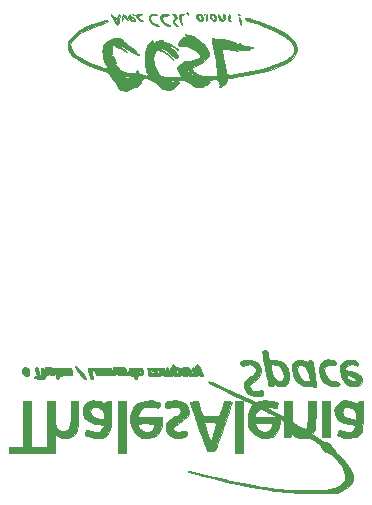
<source format=gbo>
G04 #@! TF.GenerationSoftware,KiCad,Pcbnew,(5.1.0)-1*
G04 #@! TF.CreationDate,2019-04-02T16:52:53+02:00*
G04 #@! TF.ProjectId,FrogINT_PCBProto_V1811062154,46726f67-494e-4545-9f50-434250726f74,rev?*
G04 #@! TF.SameCoordinates,Original*
G04 #@! TF.FileFunction,Legend,Bot*
G04 #@! TF.FilePolarity,Positive*
%FSLAX46Y46*%
G04 Gerber Fmt 4.6, Leading zero omitted, Abs format (unit mm)*
G04 Created by KiCad (PCBNEW (5.1.0)-1) date 2019-04-02 16:52:53*
%MOMM*%
%LPD*%
G04 APERTURE LIST*
%ADD10C,0.010000*%
G04 APERTURE END LIST*
D10*
G36*
X160692000Y-117192000D02*
G01*
X160014666Y-117192000D01*
X160014666Y-120240000D01*
X160692000Y-120240000D01*
X160692000Y-117192000D01*
X160692000Y-117192000D01*
G37*
X160692000Y-117192000D02*
X160014666Y-117192000D01*
X160014666Y-120240000D01*
X160692000Y-120240000D01*
X160692000Y-117192000D01*
G36*
X153326000Y-117192000D02*
G01*
X152648666Y-117192000D01*
X152648666Y-121594667D01*
X153326000Y-121594667D01*
X153326000Y-117192000D01*
X153326000Y-117192000D01*
G37*
X153326000Y-117192000D02*
X152648666Y-117192000D01*
X152648666Y-121594667D01*
X153326000Y-121594667D01*
X153326000Y-117192000D01*
G36*
X150858498Y-121372329D02*
G01*
X150986916Y-121315498D01*
X151066004Y-121175276D01*
X151097523Y-121086667D01*
X151154246Y-120919688D01*
X151255841Y-120620723D01*
X151392678Y-120218110D01*
X151555127Y-119740184D01*
X151733555Y-119215283D01*
X151796393Y-119030436D01*
X151970732Y-118515884D01*
X152125067Y-118057098D01*
X152251560Y-117677650D01*
X152342371Y-117401113D01*
X152389663Y-117251059D01*
X152394666Y-117231269D01*
X152319570Y-117206453D01*
X152132445Y-117192871D01*
X152063055Y-117192000D01*
X151731444Y-117192000D01*
X151526833Y-117805833D01*
X151322222Y-118419667D01*
X149907715Y-118419667D01*
X149695100Y-117805833D01*
X149482485Y-117192000D01*
X149160576Y-117192000D01*
X148954668Y-117201442D01*
X148844473Y-117224887D01*
X148838666Y-117232551D01*
X148864261Y-117326406D01*
X148932019Y-117538133D01*
X149028405Y-117825694D01*
X149049964Y-117888718D01*
X149149354Y-118178672D01*
X149289108Y-118586899D01*
X149420167Y-118970000D01*
X150062304Y-118970000D01*
X150599191Y-118970000D01*
X150889003Y-118973439D01*
X151043828Y-118992862D01*
X151097996Y-119041924D01*
X151085836Y-119134283D01*
X151078056Y-119160500D01*
X150987779Y-119447023D01*
X150882632Y-119766253D01*
X150777160Y-120075915D01*
X150685906Y-120333731D01*
X150623417Y-120497425D01*
X150605980Y-120532687D01*
X150568729Y-120471414D01*
X150493675Y-120281086D01*
X150393105Y-119994406D01*
X150318319Y-119767057D01*
X150062304Y-118970000D01*
X149420167Y-118970000D01*
X149454865Y-119071426D01*
X149632265Y-119590279D01*
X149753032Y-119943667D01*
X150244803Y-121383000D01*
X150620865Y-121383000D01*
X150858498Y-121372329D01*
X150858498Y-121372329D01*
G37*
X150858498Y-121372329D02*
X150986916Y-121315498D01*
X151066004Y-121175276D01*
X151097523Y-121086667D01*
X151154246Y-120919688D01*
X151255841Y-120620723D01*
X151392678Y-120218110D01*
X151555127Y-119740184D01*
X151733555Y-119215283D01*
X151796393Y-119030436D01*
X151970732Y-118515884D01*
X152125067Y-118057098D01*
X152251560Y-117677650D01*
X152342371Y-117401113D01*
X152389663Y-117251059D01*
X152394666Y-117231269D01*
X152319570Y-117206453D01*
X152132445Y-117192871D01*
X152063055Y-117192000D01*
X151731444Y-117192000D01*
X151526833Y-117805833D01*
X151322222Y-118419667D01*
X149907715Y-118419667D01*
X149695100Y-117805833D01*
X149482485Y-117192000D01*
X149160576Y-117192000D01*
X148954668Y-117201442D01*
X148844473Y-117224887D01*
X148838666Y-117232551D01*
X148864261Y-117326406D01*
X148932019Y-117538133D01*
X149028405Y-117825694D01*
X149049964Y-117888718D01*
X149149354Y-118178672D01*
X149289108Y-118586899D01*
X149420167Y-118970000D01*
X150062304Y-118970000D01*
X150599191Y-118970000D01*
X150889003Y-118973439D01*
X151043828Y-118992862D01*
X151097996Y-119041924D01*
X151085836Y-119134283D01*
X151078056Y-119160500D01*
X150987779Y-119447023D01*
X150882632Y-119766253D01*
X150777160Y-120075915D01*
X150685906Y-120333731D01*
X150623417Y-120497425D01*
X150605980Y-120532687D01*
X150568729Y-120471414D01*
X150493675Y-120281086D01*
X150393105Y-119994406D01*
X150318319Y-119767057D01*
X150062304Y-118970000D01*
X149420167Y-118970000D01*
X149454865Y-119071426D01*
X149632265Y-119590279D01*
X149753032Y-119943667D01*
X150244803Y-121383000D01*
X150620865Y-121383000D01*
X150858498Y-121372329D01*
G36*
X143420000Y-117192000D02*
G01*
X142742666Y-117192000D01*
X142742666Y-121594667D01*
X143420000Y-121594667D01*
X143420000Y-117192000D01*
X143420000Y-117192000D01*
G37*
X143420000Y-117192000D02*
X142742666Y-117192000D01*
X142742666Y-121594667D01*
X143420000Y-121594667D01*
X143420000Y-117192000D01*
G36*
X137408666Y-119966525D02*
G01*
X137607955Y-120097104D01*
X137990561Y-120260689D01*
X138390501Y-120284822D01*
X138766141Y-120177333D01*
X139075847Y-119946052D01*
X139184496Y-119800595D01*
X139254523Y-119666506D01*
X139302634Y-119511932D01*
X139332796Y-119303419D01*
X139348971Y-119007513D01*
X139355126Y-118590759D01*
X139355683Y-118356167D01*
X139356000Y-117192000D01*
X138763333Y-117192000D01*
X138763333Y-118126053D01*
X138745539Y-118722523D01*
X138687308Y-119166448D01*
X138581366Y-119471340D01*
X138420439Y-119650709D01*
X138197254Y-119718064D01*
X137920989Y-119690616D01*
X137724621Y-119622246D01*
X137584159Y-119500399D01*
X137491016Y-119300274D01*
X137436605Y-118997074D01*
X137412341Y-118565997D01*
X137408666Y-118210979D01*
X137408666Y-117192000D01*
X136731333Y-117192000D01*
X136731333Y-121594667D01*
X137408666Y-121594667D01*
X137408666Y-119966525D01*
X137408666Y-119966525D01*
G37*
X137408666Y-119966525D02*
X137607955Y-120097104D01*
X137990561Y-120260689D01*
X138390501Y-120284822D01*
X138766141Y-120177333D01*
X139075847Y-119946052D01*
X139184496Y-119800595D01*
X139254523Y-119666506D01*
X139302634Y-119511932D01*
X139332796Y-119303419D01*
X139348971Y-119007513D01*
X139355126Y-118590759D01*
X139355683Y-118356167D01*
X139356000Y-117192000D01*
X138763333Y-117192000D01*
X138763333Y-118126053D01*
X138745539Y-118722523D01*
X138687308Y-119166448D01*
X138581366Y-119471340D01*
X138420439Y-119650709D01*
X138197254Y-119718064D01*
X137920989Y-119690616D01*
X137724621Y-119622246D01*
X137584159Y-119500399D01*
X137491016Y-119300274D01*
X137436605Y-118997074D01*
X137412341Y-118565997D01*
X137408666Y-118210979D01*
X137408666Y-117192000D01*
X136731333Y-117192000D01*
X136731333Y-121594667D01*
X137408666Y-121594667D01*
X137408666Y-119966525D01*
G36*
X136646666Y-121086667D02*
G01*
X135376666Y-121086667D01*
X135376666Y-117192000D01*
X134699333Y-117192000D01*
X134699333Y-121086667D01*
X133514000Y-121086667D01*
X133514000Y-121594667D01*
X136646666Y-121594667D01*
X136646666Y-121086667D01*
X136646666Y-121086667D01*
G37*
X136646666Y-121086667D02*
X135376666Y-121086667D01*
X135376666Y-117192000D01*
X134699333Y-117192000D01*
X134699333Y-121086667D01*
X133514000Y-121086667D01*
X133514000Y-121594667D01*
X136646666Y-121594667D01*
X136646666Y-121086667D01*
G36*
X162715145Y-120235942D02*
G01*
X162950892Y-120168689D01*
X163144798Y-120059596D01*
X163287242Y-119903436D01*
X163385404Y-119675720D01*
X163446463Y-119351958D01*
X163477598Y-118907664D01*
X163486000Y-118343371D01*
X163486000Y-117192000D01*
X163232000Y-117192000D01*
X163030949Y-117229584D01*
X162978000Y-117317756D01*
X162952408Y-117384855D01*
X162852449Y-117360382D01*
X162702833Y-117275739D01*
X162349267Y-117137485D01*
X161965562Y-117109882D01*
X161612944Y-117191842D01*
X161435509Y-117298254D01*
X161177136Y-117596569D01*
X161068122Y-117919220D01*
X161080353Y-118067085D01*
X161729954Y-118067085D01*
X161791402Y-117885185D01*
X161831315Y-117820741D01*
X161962290Y-117667938D01*
X162121364Y-117626923D01*
X162267523Y-117642757D01*
X162508166Y-117714568D01*
X162689848Y-117823167D01*
X162693484Y-117826723D01*
X162786699Y-117992564D01*
X162858303Y-118246664D01*
X162874287Y-118351642D01*
X162918001Y-118739473D01*
X162600294Y-118679871D01*
X162214415Y-118587524D01*
X161963489Y-118473044D01*
X161813192Y-118318680D01*
X161779616Y-118255502D01*
X161729954Y-118067085D01*
X161080353Y-118067085D01*
X161094993Y-118244062D01*
X161244279Y-118548952D01*
X161502509Y-118811747D01*
X161856211Y-119010302D01*
X162291913Y-119122474D01*
X162555560Y-119139333D01*
X162759783Y-119149983D01*
X162837752Y-119204267D01*
X162832241Y-119335689D01*
X162828922Y-119353439D01*
X162705902Y-119616121D01*
X162473097Y-119766583D01*
X162153408Y-119797814D01*
X161769736Y-119702801D01*
X161734614Y-119688555D01*
X161526404Y-119604331D01*
X161424081Y-119597171D01*
X161374561Y-119685813D01*
X161339784Y-119827924D01*
X161326023Y-119990445D01*
X161411520Y-120092919D01*
X161555775Y-120162420D01*
X161901267Y-120249052D01*
X162315271Y-120273683D01*
X162715145Y-120235942D01*
X162715145Y-120235942D01*
G37*
X162715145Y-120235942D02*
X162950892Y-120168689D01*
X163144798Y-120059596D01*
X163287242Y-119903436D01*
X163385404Y-119675720D01*
X163446463Y-119351958D01*
X163477598Y-118907664D01*
X163486000Y-118343371D01*
X163486000Y-117192000D01*
X163232000Y-117192000D01*
X163030949Y-117229584D01*
X162978000Y-117317756D01*
X162952408Y-117384855D01*
X162852449Y-117360382D01*
X162702833Y-117275739D01*
X162349267Y-117137485D01*
X161965562Y-117109882D01*
X161612944Y-117191842D01*
X161435509Y-117298254D01*
X161177136Y-117596569D01*
X161068122Y-117919220D01*
X161080353Y-118067085D01*
X161729954Y-118067085D01*
X161791402Y-117885185D01*
X161831315Y-117820741D01*
X161962290Y-117667938D01*
X162121364Y-117626923D01*
X162267523Y-117642757D01*
X162508166Y-117714568D01*
X162689848Y-117823167D01*
X162693484Y-117826723D01*
X162786699Y-117992564D01*
X162858303Y-118246664D01*
X162874287Y-118351642D01*
X162918001Y-118739473D01*
X162600294Y-118679871D01*
X162214415Y-118587524D01*
X161963489Y-118473044D01*
X161813192Y-118318680D01*
X161779616Y-118255502D01*
X161729954Y-118067085D01*
X161080353Y-118067085D01*
X161094993Y-118244062D01*
X161244279Y-118548952D01*
X161502509Y-118811747D01*
X161856211Y-119010302D01*
X162291913Y-119122474D01*
X162555560Y-119139333D01*
X162759783Y-119149983D01*
X162837752Y-119204267D01*
X162832241Y-119335689D01*
X162828922Y-119353439D01*
X162705902Y-119616121D01*
X162473097Y-119766583D01*
X162153408Y-119797814D01*
X161769736Y-119702801D01*
X161734614Y-119688555D01*
X161526404Y-119604331D01*
X161424081Y-119597171D01*
X161374561Y-119685813D01*
X161339784Y-119827924D01*
X161326023Y-119990445D01*
X161411520Y-120092919D01*
X161555775Y-120162420D01*
X161901267Y-120249052D01*
X162315271Y-120273683D01*
X162715145Y-120235942D01*
G36*
X148312180Y-120237830D02*
G01*
X148512774Y-120116405D01*
X148570668Y-119994267D01*
X148558243Y-119777524D01*
X148436662Y-119685847D01*
X148200352Y-119716012D01*
X148130423Y-119739397D01*
X147896302Y-119803128D01*
X147719146Y-119781753D01*
X147610261Y-119731605D01*
X147435058Y-119585214D01*
X147424353Y-119419915D01*
X147579089Y-119233672D01*
X147900208Y-119024446D01*
X147949666Y-118997857D01*
X148375091Y-118719091D01*
X148644534Y-118417547D01*
X148751825Y-118100456D01*
X148753554Y-118055629D01*
X148681117Y-117733955D01*
X148492349Y-117433589D01*
X148248771Y-117235767D01*
X147968004Y-117149417D01*
X147606234Y-117113587D01*
X147238541Y-117129200D01*
X146940009Y-117197176D01*
X146891333Y-117219113D01*
X146727135Y-117365847D01*
X146707909Y-117493031D01*
X146764763Y-117668844D01*
X146881110Y-117741826D01*
X147094885Y-117725487D01*
X147253226Y-117687225D01*
X147619348Y-117631712D01*
X147885985Y-117680123D01*
X148036518Y-117825650D01*
X148061054Y-118018216D01*
X148012371Y-118172143D01*
X147882396Y-118302752D01*
X147634009Y-118445210D01*
X147584570Y-118469615D01*
X147200125Y-118680045D01*
X146955221Y-118884131D01*
X146825321Y-119117389D01*
X146785888Y-119415334D01*
X146793498Y-119614621D01*
X146888386Y-119857046D01*
X147107248Y-120073262D01*
X147405072Y-120226277D01*
X147592106Y-120270925D01*
X147996465Y-120291832D01*
X148312180Y-120237830D01*
X148312180Y-120237830D01*
G37*
X148312180Y-120237830D02*
X148512774Y-120116405D01*
X148570668Y-119994267D01*
X148558243Y-119777524D01*
X148436662Y-119685847D01*
X148200352Y-119716012D01*
X148130423Y-119739397D01*
X147896302Y-119803128D01*
X147719146Y-119781753D01*
X147610261Y-119731605D01*
X147435058Y-119585214D01*
X147424353Y-119419915D01*
X147579089Y-119233672D01*
X147900208Y-119024446D01*
X147949666Y-118997857D01*
X148375091Y-118719091D01*
X148644534Y-118417547D01*
X148751825Y-118100456D01*
X148753554Y-118055629D01*
X148681117Y-117733955D01*
X148492349Y-117433589D01*
X148248771Y-117235767D01*
X147968004Y-117149417D01*
X147606234Y-117113587D01*
X147238541Y-117129200D01*
X146940009Y-117197176D01*
X146891333Y-117219113D01*
X146727135Y-117365847D01*
X146707909Y-117493031D01*
X146764763Y-117668844D01*
X146881110Y-117741826D01*
X147094885Y-117725487D01*
X147253226Y-117687225D01*
X147619348Y-117631712D01*
X147885985Y-117680123D01*
X148036518Y-117825650D01*
X148061054Y-118018216D01*
X148012371Y-118172143D01*
X147882396Y-118302752D01*
X147634009Y-118445210D01*
X147584570Y-118469615D01*
X147200125Y-118680045D01*
X146955221Y-118884131D01*
X146825321Y-119117389D01*
X146785888Y-119415334D01*
X146793498Y-119614621D01*
X146888386Y-119857046D01*
X147107248Y-120073262D01*
X147405072Y-120226277D01*
X147592106Y-120270925D01*
X147996465Y-120291832D01*
X148312180Y-120237830D01*
G36*
X145674908Y-120213674D02*
G01*
X146050873Y-120020417D01*
X146310386Y-119706122D01*
X146447111Y-119277169D01*
X146467683Y-118991167D01*
X146468000Y-118546667D01*
X145452000Y-118546667D01*
X145023029Y-118544972D01*
X144735339Y-118536795D01*
X144560885Y-118517501D01*
X144471623Y-118482450D01*
X144439511Y-118427007D01*
X144436000Y-118378669D01*
X144490097Y-118213393D01*
X144625404Y-118003260D01*
X144682413Y-117934887D01*
X144836649Y-117778490D01*
X144980834Y-117698359D01*
X145178496Y-117672251D01*
X145423246Y-117675492D01*
X145724690Y-117688770D01*
X145977288Y-117705602D01*
X146087000Y-117717107D01*
X146221187Y-117692505D01*
X146279432Y-117540882D01*
X146282167Y-117519410D01*
X146270941Y-117353140D01*
X146158424Y-117251118D01*
X146036699Y-117201910D01*
X145589114Y-117110964D01*
X145110155Y-117119698D01*
X144669164Y-117222961D01*
X144467445Y-117318471D01*
X144129578Y-117612513D01*
X143903473Y-117999600D01*
X143790287Y-118444556D01*
X143791178Y-118912206D01*
X143852673Y-119153247D01*
X144460370Y-119153247D01*
X144487673Y-119096985D01*
X144592603Y-119067633D01*
X144805931Y-119056443D01*
X145149961Y-119054667D01*
X145531690Y-119064822D01*
X145778668Y-119093942D01*
X145874655Y-119140005D01*
X145875333Y-119144900D01*
X145821672Y-119329371D01*
X145693420Y-119546031D01*
X145544003Y-119708141D01*
X145300358Y-119799188D01*
X145021064Y-119764736D01*
X144754960Y-119626036D01*
X144550889Y-119404338D01*
X144479924Y-119245167D01*
X144460370Y-119153247D01*
X143852673Y-119153247D01*
X143907303Y-119367374D01*
X144139820Y-119774884D01*
X144378615Y-120017954D01*
X144600040Y-120175040D01*
X144809746Y-120253448D01*
X145086383Y-120278568D01*
X145188825Y-120279511D01*
X145674908Y-120213674D01*
X145674908Y-120213674D01*
G37*
X145674908Y-120213674D02*
X146050873Y-120020417D01*
X146310386Y-119706122D01*
X146447111Y-119277169D01*
X146467683Y-118991167D01*
X146468000Y-118546667D01*
X145452000Y-118546667D01*
X145023029Y-118544972D01*
X144735339Y-118536795D01*
X144560885Y-118517501D01*
X144471623Y-118482450D01*
X144439511Y-118427007D01*
X144436000Y-118378669D01*
X144490097Y-118213393D01*
X144625404Y-118003260D01*
X144682413Y-117934887D01*
X144836649Y-117778490D01*
X144980834Y-117698359D01*
X145178496Y-117672251D01*
X145423246Y-117675492D01*
X145724690Y-117688770D01*
X145977288Y-117705602D01*
X146087000Y-117717107D01*
X146221187Y-117692505D01*
X146279432Y-117540882D01*
X146282167Y-117519410D01*
X146270941Y-117353140D01*
X146158424Y-117251118D01*
X146036699Y-117201910D01*
X145589114Y-117110964D01*
X145110155Y-117119698D01*
X144669164Y-117222961D01*
X144467445Y-117318471D01*
X144129578Y-117612513D01*
X143903473Y-117999600D01*
X143790287Y-118444556D01*
X143791178Y-118912206D01*
X143852673Y-119153247D01*
X144460370Y-119153247D01*
X144487673Y-119096985D01*
X144592603Y-119067633D01*
X144805931Y-119056443D01*
X145149961Y-119054667D01*
X145531690Y-119064822D01*
X145778668Y-119093942D01*
X145874655Y-119140005D01*
X145875333Y-119144900D01*
X145821672Y-119329371D01*
X145693420Y-119546031D01*
X145544003Y-119708141D01*
X145300358Y-119799188D01*
X145021064Y-119764736D01*
X144754960Y-119626036D01*
X144550889Y-119404338D01*
X144479924Y-119245167D01*
X144460370Y-119153247D01*
X143852673Y-119153247D01*
X143907303Y-119367374D01*
X144139820Y-119774884D01*
X144378615Y-120017954D01*
X144600040Y-120175040D01*
X144809746Y-120253448D01*
X145086383Y-120278568D01*
X145188825Y-120279511D01*
X145674908Y-120213674D01*
G36*
X141353202Y-120259235D02*
G01*
X141567538Y-120208443D01*
X141728198Y-120107639D01*
X141761925Y-120077313D01*
X141905814Y-119919935D01*
X142010030Y-119739473D01*
X142081602Y-119505389D01*
X142127563Y-119187146D01*
X142154944Y-118754206D01*
X142168003Y-118313714D01*
X142192333Y-117191761D01*
X141921373Y-117191881D01*
X141676944Y-117241736D01*
X141564115Y-117340167D01*
X141495499Y-117421173D01*
X141475241Y-117396090D01*
X141394506Y-117281415D01*
X141187869Y-117185196D01*
X140898730Y-117122765D01*
X140657836Y-117107333D01*
X140372460Y-117133205D01*
X140162965Y-117233990D01*
X140026820Y-117354821D01*
X139866674Y-117548686D01*
X139794472Y-117755992D01*
X139779333Y-118013315D01*
X139784553Y-118071909D01*
X140374840Y-118071909D01*
X140428596Y-117845506D01*
X140505047Y-117748381D01*
X140736833Y-117627730D01*
X141024351Y-117654782D01*
X141160732Y-117713830D01*
X141413416Y-117910308D01*
X141534695Y-118180346D01*
X141554640Y-118398500D01*
X141547572Y-118587530D01*
X141498421Y-118683432D01*
X141371378Y-118700530D01*
X141130638Y-118653148D01*
X140999440Y-118620598D01*
X140676253Y-118487666D01*
X140462723Y-118295366D01*
X140374840Y-118071909D01*
X139784553Y-118071909D01*
X139804601Y-118296941D01*
X139868373Y-118534414D01*
X139903754Y-118601958D01*
X140113989Y-118793650D01*
X140432864Y-118964155D01*
X140799746Y-119087853D01*
X141154000Y-119139119D01*
X141175410Y-119139333D01*
X141440640Y-119164017D01*
X141549822Y-119245760D01*
X141507391Y-119396101D01*
X141349709Y-119592637D01*
X141110571Y-119767632D01*
X140825087Y-119807353D01*
X140463804Y-119714772D01*
X140398614Y-119688555D01*
X140187052Y-119603953D01*
X140081059Y-119597488D01*
X140028030Y-119686842D01*
X139991903Y-119825259D01*
X139976542Y-119982962D01*
X140057751Y-120084573D01*
X140217854Y-120163060D01*
X140458304Y-120226639D01*
X140784113Y-120267147D01*
X141027900Y-120275485D01*
X141353202Y-120259235D01*
X141353202Y-120259235D01*
G37*
X141353202Y-120259235D02*
X141567538Y-120208443D01*
X141728198Y-120107639D01*
X141761925Y-120077313D01*
X141905814Y-119919935D01*
X142010030Y-119739473D01*
X142081602Y-119505389D01*
X142127563Y-119187146D01*
X142154944Y-118754206D01*
X142168003Y-118313714D01*
X142192333Y-117191761D01*
X141921373Y-117191881D01*
X141676944Y-117241736D01*
X141564115Y-117340167D01*
X141495499Y-117421173D01*
X141475241Y-117396090D01*
X141394506Y-117281415D01*
X141187869Y-117185196D01*
X140898730Y-117122765D01*
X140657836Y-117107333D01*
X140372460Y-117133205D01*
X140162965Y-117233990D01*
X140026820Y-117354821D01*
X139866674Y-117548686D01*
X139794472Y-117755992D01*
X139779333Y-118013315D01*
X139784553Y-118071909D01*
X140374840Y-118071909D01*
X140428596Y-117845506D01*
X140505047Y-117748381D01*
X140736833Y-117627730D01*
X141024351Y-117654782D01*
X141160732Y-117713830D01*
X141413416Y-117910308D01*
X141534695Y-118180346D01*
X141554640Y-118398500D01*
X141547572Y-118587530D01*
X141498421Y-118683432D01*
X141371378Y-118700530D01*
X141130638Y-118653148D01*
X140999440Y-118620598D01*
X140676253Y-118487666D01*
X140462723Y-118295366D01*
X140374840Y-118071909D01*
X139784553Y-118071909D01*
X139804601Y-118296941D01*
X139868373Y-118534414D01*
X139903754Y-118601958D01*
X140113989Y-118793650D01*
X140432864Y-118964155D01*
X140799746Y-119087853D01*
X141154000Y-119139119D01*
X141175410Y-119139333D01*
X141440640Y-119164017D01*
X141549822Y-119245760D01*
X141507391Y-119396101D01*
X141349709Y-119592637D01*
X141110571Y-119767632D01*
X140825087Y-119807353D01*
X140463804Y-119714772D01*
X140398614Y-119688555D01*
X140187052Y-119603953D01*
X140081059Y-119597488D01*
X140028030Y-119686842D01*
X139991903Y-119825259D01*
X139976542Y-119982962D01*
X140057751Y-120084573D01*
X140217854Y-120163060D01*
X140458304Y-120226639D01*
X140784113Y-120267147D01*
X141027900Y-120275485D01*
X141353202Y-120259235D01*
G36*
X161831256Y-124685000D02*
G01*
X162260725Y-124419140D01*
X162541341Y-124124402D01*
X162672380Y-123793962D01*
X162653119Y-123420996D01*
X162482835Y-122998678D01*
X162160804Y-122520184D01*
X161686304Y-121978690D01*
X161527227Y-121816059D01*
X161241226Y-121520864D01*
X161005420Y-121261213D01*
X160842980Y-121063805D01*
X160777075Y-120955338D01*
X160776666Y-120951204D01*
X160703940Y-120821969D01*
X160530503Y-120712071D01*
X160323468Y-120663413D01*
X160315608Y-120663333D01*
X160182533Y-120617843D01*
X159959620Y-120498323D01*
X159694081Y-120330202D01*
X159682651Y-120322423D01*
X159183217Y-119981513D01*
X159323164Y-119708590D01*
X159389301Y-119526016D01*
X159437280Y-119257830D01*
X159470422Y-118876814D01*
X159492042Y-118355751D01*
X159493196Y-118313833D01*
X159523280Y-117192000D01*
X158846338Y-117192000D01*
X158816669Y-118288508D01*
X158794997Y-118799151D01*
X158761933Y-119180019D01*
X158719093Y-119416240D01*
X158686770Y-119485171D01*
X158589705Y-119523864D01*
X158430107Y-119477941D01*
X158178770Y-119341163D01*
X157924185Y-119193574D01*
X157710256Y-119077924D01*
X157622833Y-119036228D01*
X157555677Y-118987656D01*
X157512154Y-118887235D01*
X157487405Y-118703748D01*
X157476575Y-118405977D01*
X157474666Y-118083728D01*
X157474666Y-117192000D01*
X156797333Y-117192000D01*
X156797333Y-118520955D01*
X155986496Y-118102870D01*
X155661652Y-117930133D01*
X155406515Y-117784382D01*
X155250071Y-117682851D01*
X155215800Y-117644644D01*
X155314477Y-117636334D01*
X155525742Y-117657603D01*
X155709137Y-117687097D01*
X155961556Y-117730350D01*
X156132299Y-117754386D01*
X156176617Y-117755839D01*
X156205157Y-117673569D01*
X156247767Y-117515418D01*
X156268220Y-117364976D01*
X156204978Y-117278215D01*
X156019738Y-117209900D01*
X155979482Y-117198564D01*
X155611424Y-117130692D01*
X155216763Y-117111560D01*
X154863058Y-117141128D01*
X154656075Y-117199322D01*
X154538390Y-117232221D01*
X154392620Y-117219233D01*
X154183483Y-117150571D01*
X153875700Y-117016449D01*
X153699591Y-116934014D01*
X152889467Y-116553264D01*
X152177282Y-116224349D01*
X151572642Y-115951494D01*
X151085150Y-115738922D01*
X150724412Y-115590858D01*
X150500033Y-115511525D01*
X150435688Y-115498667D01*
X150363337Y-115559019D01*
X150362666Y-115568466D01*
X150433948Y-115635635D01*
X150621086Y-115745433D01*
X150884019Y-115874426D01*
X150891833Y-115877973D01*
X151146493Y-115995343D01*
X151515799Y-116168202D01*
X151961792Y-116378654D01*
X152446513Y-116608804D01*
X152801885Y-116778436D01*
X154182771Y-117439190D01*
X153988600Y-117701820D01*
X153853033Y-117990468D01*
X153771588Y-118378329D01*
X153768139Y-118440833D01*
X154342316Y-118440833D01*
X154385991Y-118291021D01*
X154490929Y-118094130D01*
X154618952Y-117909512D01*
X154731884Y-117796517D01*
X154764396Y-117784667D01*
X154873698Y-117822498D01*
X155091763Y-117923521D01*
X155379139Y-118069035D01*
X155506474Y-118136481D01*
X155803962Y-118297153D01*
X156039748Y-118426554D01*
X156177601Y-118504714D01*
X156197611Y-118517481D01*
X156133251Y-118529084D01*
X155931815Y-118538501D01*
X155625553Y-118544698D01*
X155287444Y-118546667D01*
X154846021Y-118541202D01*
X154554266Y-118523361D01*
X154392821Y-118490977D01*
X154342328Y-118441883D01*
X154342316Y-118440833D01*
X153768139Y-118440833D01*
X153748159Y-118802903D01*
X153772454Y-119054667D01*
X154336042Y-119054667D01*
X155857191Y-119054667D01*
X155768185Y-119309990D01*
X155589155Y-119604812D01*
X155317419Y-119780075D01*
X155099919Y-119816667D01*
X154855366Y-119737940D01*
X154613863Y-119520357D01*
X154434267Y-119245167D01*
X154336042Y-119054667D01*
X153772454Y-119054667D01*
X153786643Y-119201689D01*
X153877335Y-119486694D01*
X154151307Y-119864556D01*
X154515860Y-120132752D01*
X154934980Y-120280456D01*
X155372653Y-120296838D01*
X155792865Y-120171071D01*
X155916553Y-120099828D01*
X156116272Y-119894465D01*
X156293394Y-119584925D01*
X156417484Y-119236182D01*
X156458666Y-118942551D01*
X156466537Y-118743046D01*
X156507636Y-118680683D01*
X156608188Y-118723418D01*
X156628000Y-118735649D01*
X156712920Y-118809777D01*
X156763948Y-118927511D01*
X156789286Y-119127848D01*
X156795978Y-119402263D01*
X157649200Y-119402263D01*
X157662886Y-119373856D01*
X157772201Y-119423002D01*
X157953739Y-119542703D01*
X158025000Y-119596104D01*
X158116304Y-119691967D01*
X158093221Y-119729307D01*
X157969125Y-119678094D01*
X157791983Y-119548268D01*
X157754554Y-119515224D01*
X157649200Y-119402263D01*
X156795978Y-119402263D01*
X156797138Y-119449785D01*
X156797333Y-119540700D01*
X156797333Y-120240000D01*
X157093666Y-120240000D01*
X157297525Y-120221324D01*
X157379935Y-120147721D01*
X157390000Y-120068132D01*
X157398147Y-119962797D01*
X157449046Y-119951929D01*
X157582380Y-120038746D01*
X157651124Y-120089299D01*
X157833041Y-120199128D01*
X158037871Y-120255607D01*
X158326181Y-120272025D01*
X158476327Y-120270398D01*
X158787345Y-120271268D01*
X159009063Y-120304548D01*
X159211456Y-120392191D01*
X159464497Y-120556148D01*
X159527535Y-120600166D01*
X159815365Y-120821898D01*
X159970643Y-120996007D01*
X160014666Y-121138289D01*
X160083856Y-121324160D01*
X160247121Y-121458483D01*
X160438002Y-121491765D01*
X160475294Y-121481316D01*
X160583785Y-121519453D01*
X160768548Y-121660811D01*
X161000662Y-121875916D01*
X161251204Y-122135295D01*
X161491253Y-122409475D01*
X161691886Y-122668981D01*
X161791222Y-122822333D01*
X161922794Y-123134248D01*
X161992051Y-123462600D01*
X161995047Y-123513975D01*
X161949425Y-123835039D01*
X161782419Y-124099476D01*
X161476895Y-124326524D01*
X161122554Y-124493635D01*
X160964295Y-124554118D01*
X160810270Y-124600269D01*
X160635476Y-124633959D01*
X160414908Y-124657058D01*
X160123562Y-124671437D01*
X159736433Y-124678967D01*
X159228516Y-124681518D01*
X158617666Y-124681048D01*
X157957347Y-124678312D01*
X157416608Y-124670640D01*
X156955234Y-124654551D01*
X156533009Y-124626564D01*
X156109718Y-124583200D01*
X155645144Y-124520979D01*
X155099072Y-124436420D01*
X154431286Y-124326044D01*
X154342000Y-124311057D01*
X154105990Y-124267661D01*
X153742465Y-124196334D01*
X153289415Y-124104931D01*
X152784835Y-124001307D01*
X152266716Y-123893317D01*
X151773051Y-123788817D01*
X151341832Y-123695662D01*
X151040000Y-123628350D01*
X150803002Y-123574620D01*
X150474669Y-123500749D01*
X150151000Y-123428299D01*
X149775652Y-123339344D01*
X149396424Y-123241245D01*
X149138950Y-123168110D01*
X148857613Y-123095676D01*
X148689428Y-123080925D01*
X148653611Y-123124377D01*
X148678056Y-123155612D01*
X148786739Y-123201659D01*
X149038786Y-123277243D01*
X149411825Y-123377163D01*
X149883489Y-123496220D01*
X150431407Y-123629214D01*
X151033209Y-123770945D01*
X151666527Y-123916214D01*
X152308992Y-124059820D01*
X152938232Y-124196563D01*
X153531880Y-124321244D01*
X154067565Y-124428663D01*
X154511333Y-124511571D01*
X155252564Y-124640565D01*
X155869302Y-124740339D01*
X156403144Y-124814643D01*
X156895689Y-124867229D01*
X157388535Y-124901849D01*
X157923281Y-124922252D01*
X158541525Y-124932191D01*
X159210333Y-124935301D01*
X161327000Y-124939000D01*
X161831256Y-124685000D01*
X161831256Y-124685000D01*
G37*
X161831256Y-124685000D02*
X162260725Y-124419140D01*
X162541341Y-124124402D01*
X162672380Y-123793962D01*
X162653119Y-123420996D01*
X162482835Y-122998678D01*
X162160804Y-122520184D01*
X161686304Y-121978690D01*
X161527227Y-121816059D01*
X161241226Y-121520864D01*
X161005420Y-121261213D01*
X160842980Y-121063805D01*
X160777075Y-120955338D01*
X160776666Y-120951204D01*
X160703940Y-120821969D01*
X160530503Y-120712071D01*
X160323468Y-120663413D01*
X160315608Y-120663333D01*
X160182533Y-120617843D01*
X159959620Y-120498323D01*
X159694081Y-120330202D01*
X159682651Y-120322423D01*
X159183217Y-119981513D01*
X159323164Y-119708590D01*
X159389301Y-119526016D01*
X159437280Y-119257830D01*
X159470422Y-118876814D01*
X159492042Y-118355751D01*
X159493196Y-118313833D01*
X159523280Y-117192000D01*
X158846338Y-117192000D01*
X158816669Y-118288508D01*
X158794997Y-118799151D01*
X158761933Y-119180019D01*
X158719093Y-119416240D01*
X158686770Y-119485171D01*
X158589705Y-119523864D01*
X158430107Y-119477941D01*
X158178770Y-119341163D01*
X157924185Y-119193574D01*
X157710256Y-119077924D01*
X157622833Y-119036228D01*
X157555677Y-118987656D01*
X157512154Y-118887235D01*
X157487405Y-118703748D01*
X157476575Y-118405977D01*
X157474666Y-118083728D01*
X157474666Y-117192000D01*
X156797333Y-117192000D01*
X156797333Y-118520955D01*
X155986496Y-118102870D01*
X155661652Y-117930133D01*
X155406515Y-117784382D01*
X155250071Y-117682851D01*
X155215800Y-117644644D01*
X155314477Y-117636334D01*
X155525742Y-117657603D01*
X155709137Y-117687097D01*
X155961556Y-117730350D01*
X156132299Y-117754386D01*
X156176617Y-117755839D01*
X156205157Y-117673569D01*
X156247767Y-117515418D01*
X156268220Y-117364976D01*
X156204978Y-117278215D01*
X156019738Y-117209900D01*
X155979482Y-117198564D01*
X155611424Y-117130692D01*
X155216763Y-117111560D01*
X154863058Y-117141128D01*
X154656075Y-117199322D01*
X154538390Y-117232221D01*
X154392620Y-117219233D01*
X154183483Y-117150571D01*
X153875700Y-117016449D01*
X153699591Y-116934014D01*
X152889467Y-116553264D01*
X152177282Y-116224349D01*
X151572642Y-115951494D01*
X151085150Y-115738922D01*
X150724412Y-115590858D01*
X150500033Y-115511525D01*
X150435688Y-115498667D01*
X150363337Y-115559019D01*
X150362666Y-115568466D01*
X150433948Y-115635635D01*
X150621086Y-115745433D01*
X150884019Y-115874426D01*
X150891833Y-115877973D01*
X151146493Y-115995343D01*
X151515799Y-116168202D01*
X151961792Y-116378654D01*
X152446513Y-116608804D01*
X152801885Y-116778436D01*
X154182771Y-117439190D01*
X153988600Y-117701820D01*
X153853033Y-117990468D01*
X153771588Y-118378329D01*
X153768139Y-118440833D01*
X154342316Y-118440833D01*
X154385991Y-118291021D01*
X154490929Y-118094130D01*
X154618952Y-117909512D01*
X154731884Y-117796517D01*
X154764396Y-117784667D01*
X154873698Y-117822498D01*
X155091763Y-117923521D01*
X155379139Y-118069035D01*
X155506474Y-118136481D01*
X155803962Y-118297153D01*
X156039748Y-118426554D01*
X156177601Y-118504714D01*
X156197611Y-118517481D01*
X156133251Y-118529084D01*
X155931815Y-118538501D01*
X155625553Y-118544698D01*
X155287444Y-118546667D01*
X154846021Y-118541202D01*
X154554266Y-118523361D01*
X154392821Y-118490977D01*
X154342328Y-118441883D01*
X154342316Y-118440833D01*
X153768139Y-118440833D01*
X153748159Y-118802903D01*
X153772454Y-119054667D01*
X154336042Y-119054667D01*
X155857191Y-119054667D01*
X155768185Y-119309990D01*
X155589155Y-119604812D01*
X155317419Y-119780075D01*
X155099919Y-119816667D01*
X154855366Y-119737940D01*
X154613863Y-119520357D01*
X154434267Y-119245167D01*
X154336042Y-119054667D01*
X153772454Y-119054667D01*
X153786643Y-119201689D01*
X153877335Y-119486694D01*
X154151307Y-119864556D01*
X154515860Y-120132752D01*
X154934980Y-120280456D01*
X155372653Y-120296838D01*
X155792865Y-120171071D01*
X155916553Y-120099828D01*
X156116272Y-119894465D01*
X156293394Y-119584925D01*
X156417484Y-119236182D01*
X156458666Y-118942551D01*
X156466537Y-118743046D01*
X156507636Y-118680683D01*
X156608188Y-118723418D01*
X156628000Y-118735649D01*
X156712920Y-118809777D01*
X156763948Y-118927511D01*
X156789286Y-119127848D01*
X156795978Y-119402263D01*
X157649200Y-119402263D01*
X157662886Y-119373856D01*
X157772201Y-119423002D01*
X157953739Y-119542703D01*
X158025000Y-119596104D01*
X158116304Y-119691967D01*
X158093221Y-119729307D01*
X157969125Y-119678094D01*
X157791983Y-119548268D01*
X157754554Y-119515224D01*
X157649200Y-119402263D01*
X156795978Y-119402263D01*
X156797138Y-119449785D01*
X156797333Y-119540700D01*
X156797333Y-120240000D01*
X157093666Y-120240000D01*
X157297525Y-120221324D01*
X157379935Y-120147721D01*
X157390000Y-120068132D01*
X157398147Y-119962797D01*
X157449046Y-119951929D01*
X157582380Y-120038746D01*
X157651124Y-120089299D01*
X157833041Y-120199128D01*
X158037871Y-120255607D01*
X158326181Y-120272025D01*
X158476327Y-120270398D01*
X158787345Y-120271268D01*
X159009063Y-120304548D01*
X159211456Y-120392191D01*
X159464497Y-120556148D01*
X159527535Y-120600166D01*
X159815365Y-120821898D01*
X159970643Y-120996007D01*
X160014666Y-121138289D01*
X160083856Y-121324160D01*
X160247121Y-121458483D01*
X160438002Y-121491765D01*
X160475294Y-121481316D01*
X160583785Y-121519453D01*
X160768548Y-121660811D01*
X161000662Y-121875916D01*
X161251204Y-122135295D01*
X161491253Y-122409475D01*
X161691886Y-122668981D01*
X161791222Y-122822333D01*
X161922794Y-123134248D01*
X161992051Y-123462600D01*
X161995047Y-123513975D01*
X161949425Y-123835039D01*
X161782419Y-124099476D01*
X161476895Y-124326524D01*
X161122554Y-124493635D01*
X160964295Y-124554118D01*
X160810270Y-124600269D01*
X160635476Y-124633959D01*
X160414908Y-124657058D01*
X160123562Y-124671437D01*
X159736433Y-124678967D01*
X159228516Y-124681518D01*
X158617666Y-124681048D01*
X157957347Y-124678312D01*
X157416608Y-124670640D01*
X156955234Y-124654551D01*
X156533009Y-124626564D01*
X156109718Y-124583200D01*
X155645144Y-124520979D01*
X155099072Y-124436420D01*
X154431286Y-124326044D01*
X154342000Y-124311057D01*
X154105990Y-124267661D01*
X153742465Y-124196334D01*
X153289415Y-124104931D01*
X152784835Y-124001307D01*
X152266716Y-123893317D01*
X151773051Y-123788817D01*
X151341832Y-123695662D01*
X151040000Y-123628350D01*
X150803002Y-123574620D01*
X150474669Y-123500749D01*
X150151000Y-123428299D01*
X149775652Y-123339344D01*
X149396424Y-123241245D01*
X149138950Y-123168110D01*
X148857613Y-123095676D01*
X148689428Y-123080925D01*
X148653611Y-123124377D01*
X148678056Y-123155612D01*
X148786739Y-123201659D01*
X149038786Y-123277243D01*
X149411825Y-123377163D01*
X149883489Y-123496220D01*
X150431407Y-123629214D01*
X151033209Y-123770945D01*
X151666527Y-123916214D01*
X152308992Y-124059820D01*
X152938232Y-124196563D01*
X153531880Y-124321244D01*
X154067565Y-124428663D01*
X154511333Y-124511571D01*
X155252564Y-124640565D01*
X155869302Y-124740339D01*
X156403144Y-124814643D01*
X156895689Y-124867229D01*
X157388535Y-124901849D01*
X157923281Y-124922252D01*
X158541525Y-124932191D01*
X159210333Y-124935301D01*
X161327000Y-124939000D01*
X161831256Y-124685000D01*
G36*
X144333940Y-115258498D02*
G01*
X144351333Y-115160000D01*
X144390291Y-115037010D01*
X144536240Y-114992821D01*
X144610444Y-114990667D01*
X144778747Y-114978294D01*
X144845692Y-114908007D01*
X144847766Y-114730049D01*
X144843277Y-114673167D01*
X144817000Y-114355667D01*
X144245500Y-114336094D01*
X143942887Y-114328846D01*
X143771908Y-114341534D01*
X143695026Y-114386672D01*
X143674701Y-114476772D01*
X143674000Y-114526594D01*
X143629900Y-114694333D01*
X143928000Y-114694333D01*
X143946114Y-114581371D01*
X143961274Y-114567333D01*
X144013636Y-114630833D01*
X144521963Y-114630833D01*
X144535331Y-114507119D01*
X144585133Y-114537535D01*
X144605333Y-114567333D01*
X144677071Y-114709194D01*
X144688703Y-114757833D01*
X144625141Y-114819561D01*
X144605333Y-114821333D01*
X144539753Y-114749625D01*
X144521963Y-114630833D01*
X144013636Y-114630833D01*
X144015868Y-114633539D01*
X144043284Y-114694333D01*
X144045044Y-114803355D01*
X144010009Y-114821333D01*
X143937238Y-114752717D01*
X143928000Y-114694333D01*
X143629900Y-114694333D01*
X143629556Y-114695638D01*
X143547000Y-114736667D01*
X143444856Y-114663066D01*
X143420000Y-114525000D01*
X143410349Y-114411217D01*
X143355895Y-114347842D01*
X143218380Y-114320159D01*
X142959549Y-114313456D01*
X142869666Y-114313333D01*
X142319333Y-114313333D01*
X142311628Y-114525000D01*
X142827333Y-114525000D01*
X142869666Y-114482667D01*
X142912000Y-114525000D01*
X142869666Y-114567333D01*
X142827333Y-114525000D01*
X142311628Y-114525000D01*
X142309316Y-114588500D01*
X142299298Y-114863667D01*
X142245057Y-114609667D01*
X142190815Y-114355667D01*
X141196741Y-114337004D01*
X140795584Y-114335717D01*
X140476297Y-114346886D01*
X140268887Y-114368721D01*
X140202666Y-114396336D01*
X140216150Y-114525000D01*
X141049333Y-114525000D01*
X141091666Y-114482667D01*
X141134000Y-114525000D01*
X141091666Y-114567333D01*
X141049333Y-114525000D01*
X140216150Y-114525000D01*
X140226975Y-114628283D01*
X140288421Y-114889830D01*
X140369781Y-115128002D01*
X140453830Y-115289829D01*
X140506015Y-115329333D01*
X140599193Y-115292802D01*
X140618954Y-115164267D01*
X140567703Y-114915318D01*
X140547243Y-114841941D01*
X140506058Y-114655039D01*
X140539064Y-114579287D01*
X140622731Y-114567333D01*
X140766278Y-114643161D01*
X140790908Y-114694333D01*
X141642000Y-114694333D01*
X141660114Y-114581371D01*
X141675274Y-114567333D01*
X141729868Y-114633539D01*
X141757284Y-114694333D01*
X141759044Y-114803355D01*
X141724009Y-114821333D01*
X141651238Y-114752717D01*
X141642000Y-114694333D01*
X140790908Y-114694333D01*
X140828401Y-114772227D01*
X140859322Y-114865529D01*
X140917485Y-114925102D01*
X141035835Y-114958504D01*
X141247317Y-114973293D01*
X141584878Y-114977026D01*
X141721578Y-114977120D01*
X142106021Y-114974872D01*
X142353420Y-114963624D01*
X142496049Y-114936618D01*
X142566182Y-114887098D01*
X142596093Y-114808306D01*
X142599135Y-114793393D01*
X142627222Y-114664224D01*
X142639836Y-114700472D01*
X142646469Y-114800167D01*
X142662131Y-114893074D01*
X142718108Y-114949537D01*
X142848619Y-114978591D01*
X143087880Y-114989274D01*
X143367791Y-114990667D01*
X143717928Y-114994548D01*
X143934287Y-115011504D01*
X144052347Y-115049502D01*
X144107588Y-115116508D01*
X144121865Y-115160000D01*
X144196450Y-115297416D01*
X144258740Y-115329333D01*
X144333940Y-115258498D01*
X144333940Y-115258498D01*
G37*
X144333940Y-115258498D02*
X144351333Y-115160000D01*
X144390291Y-115037010D01*
X144536240Y-114992821D01*
X144610444Y-114990667D01*
X144778747Y-114978294D01*
X144845692Y-114908007D01*
X144847766Y-114730049D01*
X144843277Y-114673167D01*
X144817000Y-114355667D01*
X144245500Y-114336094D01*
X143942887Y-114328846D01*
X143771908Y-114341534D01*
X143695026Y-114386672D01*
X143674701Y-114476772D01*
X143674000Y-114526594D01*
X143629900Y-114694333D01*
X143928000Y-114694333D01*
X143946114Y-114581371D01*
X143961274Y-114567333D01*
X144013636Y-114630833D01*
X144521963Y-114630833D01*
X144535331Y-114507119D01*
X144585133Y-114537535D01*
X144605333Y-114567333D01*
X144677071Y-114709194D01*
X144688703Y-114757833D01*
X144625141Y-114819561D01*
X144605333Y-114821333D01*
X144539753Y-114749625D01*
X144521963Y-114630833D01*
X144013636Y-114630833D01*
X144015868Y-114633539D01*
X144043284Y-114694333D01*
X144045044Y-114803355D01*
X144010009Y-114821333D01*
X143937238Y-114752717D01*
X143928000Y-114694333D01*
X143629900Y-114694333D01*
X143629556Y-114695638D01*
X143547000Y-114736667D01*
X143444856Y-114663066D01*
X143420000Y-114525000D01*
X143410349Y-114411217D01*
X143355895Y-114347842D01*
X143218380Y-114320159D01*
X142959549Y-114313456D01*
X142869666Y-114313333D01*
X142319333Y-114313333D01*
X142311628Y-114525000D01*
X142827333Y-114525000D01*
X142869666Y-114482667D01*
X142912000Y-114525000D01*
X142869666Y-114567333D01*
X142827333Y-114525000D01*
X142311628Y-114525000D01*
X142309316Y-114588500D01*
X142299298Y-114863667D01*
X142245057Y-114609667D01*
X142190815Y-114355667D01*
X141196741Y-114337004D01*
X140795584Y-114335717D01*
X140476297Y-114346886D01*
X140268887Y-114368721D01*
X140202666Y-114396336D01*
X140216150Y-114525000D01*
X141049333Y-114525000D01*
X141091666Y-114482667D01*
X141134000Y-114525000D01*
X141091666Y-114567333D01*
X141049333Y-114525000D01*
X140216150Y-114525000D01*
X140226975Y-114628283D01*
X140288421Y-114889830D01*
X140369781Y-115128002D01*
X140453830Y-115289829D01*
X140506015Y-115329333D01*
X140599193Y-115292802D01*
X140618954Y-115164267D01*
X140567703Y-114915318D01*
X140547243Y-114841941D01*
X140506058Y-114655039D01*
X140539064Y-114579287D01*
X140622731Y-114567333D01*
X140766278Y-114643161D01*
X140790908Y-114694333D01*
X141642000Y-114694333D01*
X141660114Y-114581371D01*
X141675274Y-114567333D01*
X141729868Y-114633539D01*
X141757284Y-114694333D01*
X141759044Y-114803355D01*
X141724009Y-114821333D01*
X141651238Y-114752717D01*
X141642000Y-114694333D01*
X140790908Y-114694333D01*
X140828401Y-114772227D01*
X140859322Y-114865529D01*
X140917485Y-114925102D01*
X141035835Y-114958504D01*
X141247317Y-114973293D01*
X141584878Y-114977026D01*
X141721578Y-114977120D01*
X142106021Y-114974872D01*
X142353420Y-114963624D01*
X142496049Y-114936618D01*
X142566182Y-114887098D01*
X142596093Y-114808306D01*
X142599135Y-114793393D01*
X142627222Y-114664224D01*
X142639836Y-114700472D01*
X142646469Y-114800167D01*
X142662131Y-114893074D01*
X142718108Y-114949537D01*
X142848619Y-114978591D01*
X143087880Y-114989274D01*
X143367791Y-114990667D01*
X143717928Y-114994548D01*
X143934287Y-115011504D01*
X144052347Y-115049502D01*
X144107588Y-115116508D01*
X144121865Y-115160000D01*
X144196450Y-115297416D01*
X144258740Y-115329333D01*
X144333940Y-115258498D01*
G36*
X136512304Y-115296235D02*
G01*
X136558008Y-115225307D01*
X136562000Y-115164425D01*
X136611161Y-115024743D01*
X136682791Y-114990667D01*
X136803717Y-114920484D01*
X136842303Y-114842500D01*
X136874481Y-114738153D01*
X136887747Y-114798277D01*
X136890845Y-114842500D01*
X136956256Y-114955774D01*
X137150422Y-114990659D01*
X137154666Y-114990667D01*
X137340499Y-114964459D01*
X137411512Y-114861956D01*
X137418488Y-114800167D01*
X137429510Y-114675005D01*
X137449498Y-114713253D01*
X137464117Y-114779000D01*
X137512447Y-115006762D01*
X137540576Y-115138833D01*
X137610371Y-115294298D01*
X137694357Y-115317459D01*
X137745265Y-115203477D01*
X137747333Y-115160000D01*
X137777384Y-115059593D01*
X137885648Y-115000236D01*
X138099295Y-114976341D01*
X138445491Y-114982319D01*
X138578359Y-114989052D01*
X138759553Y-114989384D01*
X138833578Y-114931531D01*
X138839185Y-114768365D01*
X138832359Y-114680130D01*
X138805666Y-114355667D01*
X137674402Y-114335719D01*
X136543138Y-114315772D01*
X136573846Y-114525000D01*
X137070000Y-114525000D01*
X137112333Y-114482667D01*
X137154666Y-114525000D01*
X137916666Y-114525000D01*
X137959000Y-114482667D01*
X138001333Y-114525000D01*
X138509333Y-114525000D01*
X138551666Y-114482667D01*
X138594000Y-114525000D01*
X138551666Y-114567333D01*
X138509333Y-114525000D01*
X138001333Y-114525000D01*
X137959000Y-114567333D01*
X137916666Y-114525000D01*
X137154666Y-114525000D01*
X137112333Y-114567333D01*
X137070000Y-114525000D01*
X136573846Y-114525000D01*
X136580629Y-114571213D01*
X136583535Y-114730955D01*
X136542761Y-114747569D01*
X136487350Y-114630848D01*
X136464384Y-114532016D01*
X136384981Y-114377354D01*
X136316094Y-114330103D01*
X136246996Y-114337530D01*
X136227434Y-114445339D01*
X136250974Y-114682920D01*
X136269221Y-114950981D01*
X136238947Y-115061177D01*
X136175187Y-115012595D01*
X136092979Y-114804323D01*
X136062832Y-114694333D01*
X135964668Y-114422327D01*
X135849460Y-114315015D01*
X135831935Y-114313333D01*
X135741467Y-114351839D01*
X135741093Y-114493888D01*
X135752508Y-114546167D01*
X135810365Y-114775877D01*
X135852059Y-114927167D01*
X135839137Y-115051451D01*
X135756316Y-115075333D01*
X135654251Y-115125243D01*
X135651432Y-115181167D01*
X135752835Y-115249690D01*
X135978080Y-115299007D01*
X136124155Y-115312591D01*
X136381571Y-115320631D01*
X136512304Y-115296235D01*
X136512304Y-115296235D01*
G37*
X136512304Y-115296235D02*
X136558008Y-115225307D01*
X136562000Y-115164425D01*
X136611161Y-115024743D01*
X136682791Y-114990667D01*
X136803717Y-114920484D01*
X136842303Y-114842500D01*
X136874481Y-114738153D01*
X136887747Y-114798277D01*
X136890845Y-114842500D01*
X136956256Y-114955774D01*
X137150422Y-114990659D01*
X137154666Y-114990667D01*
X137340499Y-114964459D01*
X137411512Y-114861956D01*
X137418488Y-114800167D01*
X137429510Y-114675005D01*
X137449498Y-114713253D01*
X137464117Y-114779000D01*
X137512447Y-115006762D01*
X137540576Y-115138833D01*
X137610371Y-115294298D01*
X137694357Y-115317459D01*
X137745265Y-115203477D01*
X137747333Y-115160000D01*
X137777384Y-115059593D01*
X137885648Y-115000236D01*
X138099295Y-114976341D01*
X138445491Y-114982319D01*
X138578359Y-114989052D01*
X138759553Y-114989384D01*
X138833578Y-114931531D01*
X138839185Y-114768365D01*
X138832359Y-114680130D01*
X138805666Y-114355667D01*
X137674402Y-114335719D01*
X136543138Y-114315772D01*
X136573846Y-114525000D01*
X137070000Y-114525000D01*
X137112333Y-114482667D01*
X137154666Y-114525000D01*
X137916666Y-114525000D01*
X137959000Y-114482667D01*
X138001333Y-114525000D01*
X138509333Y-114525000D01*
X138551666Y-114482667D01*
X138594000Y-114525000D01*
X138551666Y-114567333D01*
X138509333Y-114525000D01*
X138001333Y-114525000D01*
X137959000Y-114567333D01*
X137916666Y-114525000D01*
X137154666Y-114525000D01*
X137112333Y-114567333D01*
X137070000Y-114525000D01*
X136573846Y-114525000D01*
X136580629Y-114571213D01*
X136583535Y-114730955D01*
X136542761Y-114747569D01*
X136487350Y-114630848D01*
X136464384Y-114532016D01*
X136384981Y-114377354D01*
X136316094Y-114330103D01*
X136246996Y-114337530D01*
X136227434Y-114445339D01*
X136250974Y-114682920D01*
X136269221Y-114950981D01*
X136238947Y-115061177D01*
X136175187Y-115012595D01*
X136092979Y-114804323D01*
X136062832Y-114694333D01*
X135964668Y-114422327D01*
X135849460Y-114315015D01*
X135831935Y-114313333D01*
X135741467Y-114351839D01*
X135741093Y-114493888D01*
X135752508Y-114546167D01*
X135810365Y-114775877D01*
X135852059Y-114927167D01*
X135839137Y-115051451D01*
X135756316Y-115075333D01*
X135654251Y-115125243D01*
X135651432Y-115181167D01*
X135752835Y-115249690D01*
X135978080Y-115299007D01*
X136124155Y-115312591D01*
X136381571Y-115320631D01*
X136512304Y-115296235D01*
G36*
X135170126Y-115049937D02*
G01*
X135251367Y-114949676D01*
X135251996Y-114738443D01*
X135235411Y-114622892D01*
X135187126Y-114417897D01*
X135097158Y-114331474D01*
X134911020Y-114313349D01*
X134899922Y-114313333D01*
X134699406Y-114334597D01*
X134621373Y-114414985D01*
X134614666Y-114477155D01*
X134622201Y-114525000D01*
X134868666Y-114525000D01*
X134911000Y-114482667D01*
X134953333Y-114525000D01*
X134911000Y-114567333D01*
X134868666Y-114525000D01*
X134622201Y-114525000D01*
X134662675Y-114781976D01*
X134792055Y-114993047D01*
X134980838Y-115075224D01*
X134988574Y-115075333D01*
X135170126Y-115049937D01*
X135170126Y-115049937D01*
G37*
X135170126Y-115049937D02*
X135251367Y-114949676D01*
X135251996Y-114738443D01*
X135235411Y-114622892D01*
X135187126Y-114417897D01*
X135097158Y-114331474D01*
X134911020Y-114313349D01*
X134899922Y-114313333D01*
X134699406Y-114334597D01*
X134621373Y-114414985D01*
X134614666Y-114477155D01*
X134622201Y-114525000D01*
X134868666Y-114525000D01*
X134911000Y-114482667D01*
X134953333Y-114525000D01*
X134911000Y-114567333D01*
X134868666Y-114525000D01*
X134622201Y-114525000D01*
X134662675Y-114781976D01*
X134792055Y-114993047D01*
X134980838Y-115075224D01*
X134988574Y-115075333D01*
X135170126Y-115049937D01*
G36*
X140028333Y-115285481D02*
G01*
X139989758Y-115147929D01*
X139835808Y-114907682D01*
X139673500Y-114694120D01*
X139446617Y-114432262D01*
X139263682Y-114270551D01*
X139142984Y-114221867D01*
X139102629Y-114292167D01*
X139153696Y-114394885D01*
X139283830Y-114578711D01*
X139459877Y-114803330D01*
X139648683Y-115028425D01*
X139817093Y-115213677D01*
X139931955Y-115318771D01*
X139955526Y-115329333D01*
X140028333Y-115285481D01*
X140028333Y-115285481D01*
G37*
X140028333Y-115285481D02*
X139989758Y-115147929D01*
X139835808Y-114907682D01*
X139673500Y-114694120D01*
X139446617Y-114432262D01*
X139263682Y-114270551D01*
X139142984Y-114221867D01*
X139102629Y-114292167D01*
X139153696Y-114394885D01*
X139283830Y-114578711D01*
X139459877Y-114803330D01*
X139648683Y-115028425D01*
X139817093Y-115213677D01*
X139931955Y-115318771D01*
X139955526Y-115329333D01*
X140028333Y-115285481D01*
G36*
X149938931Y-115047427D02*
G01*
X149939333Y-115040534D01*
X149911456Y-114949193D01*
X149839105Y-114747509D01*
X149758249Y-114532534D01*
X149622535Y-114232419D01*
X149499294Y-114083278D01*
X149424906Y-114059333D01*
X149320860Y-114095235D01*
X149292552Y-114231673D01*
X149298993Y-114334500D01*
X149307047Y-114477498D01*
X149293531Y-114481911D01*
X149287781Y-114461500D01*
X149193394Y-114335602D01*
X149118528Y-114313333D01*
X149031088Y-114353455D01*
X149025635Y-114499595D01*
X149037633Y-114567333D01*
X149061427Y-114765663D01*
X149031777Y-114809425D01*
X148962653Y-114699391D01*
X148908163Y-114560210D01*
X148843147Y-114406856D01*
X148752984Y-114332127D01*
X148584984Y-114311576D01*
X148383400Y-114316715D01*
X148000107Y-114327254D01*
X147756525Y-114318159D01*
X147623698Y-114284798D01*
X147572671Y-114222536D01*
X147568666Y-114186333D01*
X147500893Y-114074085D01*
X147441666Y-114059333D01*
X147329418Y-114127106D01*
X147314666Y-114186333D01*
X147268949Y-114299005D01*
X147230000Y-114313333D01*
X147170281Y-114387464D01*
X147146069Y-114525000D01*
X148246000Y-114525000D01*
X148288333Y-114482667D01*
X148330666Y-114525000D01*
X148288333Y-114567333D01*
X148246000Y-114525000D01*
X147146069Y-114525000D01*
X147138501Y-114567989D01*
X147137697Y-114588500D01*
X147136074Y-114647003D01*
X147653333Y-114647003D01*
X147717912Y-114569614D01*
X147738000Y-114567333D01*
X147812304Y-114636249D01*
X147822666Y-114699330D01*
X147781620Y-114786965D01*
X147738000Y-114779000D01*
X147656562Y-114670757D01*
X147653333Y-114647003D01*
X147136074Y-114647003D01*
X147130061Y-114863667D01*
X147050609Y-114588500D01*
X146975313Y-114402816D01*
X146896851Y-114314507D01*
X146888912Y-114313333D01*
X146830565Y-114387479D01*
X146798892Y-114568034D01*
X146798023Y-114588500D01*
X146789379Y-114863667D01*
X146703645Y-114597345D01*
X146617910Y-114331023D01*
X145929122Y-114343345D01*
X145240333Y-114355667D01*
X145252343Y-114612636D01*
X145452000Y-114612636D01*
X145482497Y-114542997D01*
X145601392Y-114570200D01*
X145659803Y-114596466D01*
X145749086Y-114647003D01*
X146044666Y-114647003D01*
X146109245Y-114569614D01*
X146129333Y-114567333D01*
X146203637Y-114636249D01*
X146214000Y-114699330D01*
X146172954Y-114786965D01*
X146129333Y-114779000D01*
X146047896Y-114670757D01*
X146044666Y-114647003D01*
X145749086Y-114647003D01*
X145793697Y-114672254D01*
X145781795Y-114721735D01*
X145723303Y-114747239D01*
X145537085Y-114767411D01*
X145455237Y-114657648D01*
X145452000Y-114612636D01*
X145252343Y-114612636D01*
X145253479Y-114636924D01*
X145277650Y-114845373D01*
X145318484Y-114969616D01*
X145321602Y-114973158D01*
X145446462Y-115014615D01*
X145678425Y-115037191D01*
X145956323Y-115040952D01*
X146218989Y-115025966D01*
X146405256Y-114992299D01*
X146446833Y-114971929D01*
X146538308Y-114931414D01*
X146552666Y-114975452D01*
X146629914Y-115028956D01*
X146833250Y-115058975D01*
X146971171Y-115062396D01*
X147227214Y-115050028D01*
X147360666Y-115005484D01*
X147417744Y-114909869D01*
X147425308Y-114876744D01*
X147453236Y-114749561D01*
X147465943Y-114787204D01*
X147472469Y-114884833D01*
X147519975Y-115027109D01*
X147670299Y-115074097D01*
X147721066Y-115075333D01*
X147928566Y-115044501D01*
X148050177Y-114983290D01*
X148152376Y-114937034D01*
X148199107Y-114983290D01*
X148335001Y-115068341D01*
X148515082Y-115048339D01*
X148659036Y-114933012D01*
X148662551Y-114927167D01*
X148730338Y-114824323D01*
X148749754Y-114870015D01*
X148751425Y-114927851D01*
X148783819Y-115020647D01*
X148904025Y-115060437D01*
X149135000Y-115062290D01*
X149386223Y-115035634D01*
X149501557Y-114972415D01*
X149518692Y-114913439D01*
X149534753Y-114829529D01*
X149599127Y-114882606D01*
X149633859Y-114927167D01*
X149753672Y-115033399D01*
X149876827Y-115081451D01*
X149938931Y-115047427D01*
X149938931Y-115047427D01*
G37*
X149938931Y-115047427D02*
X149939333Y-115040534D01*
X149911456Y-114949193D01*
X149839105Y-114747509D01*
X149758249Y-114532534D01*
X149622535Y-114232419D01*
X149499294Y-114083278D01*
X149424906Y-114059333D01*
X149320860Y-114095235D01*
X149292552Y-114231673D01*
X149298993Y-114334500D01*
X149307047Y-114477498D01*
X149293531Y-114481911D01*
X149287781Y-114461500D01*
X149193394Y-114335602D01*
X149118528Y-114313333D01*
X149031088Y-114353455D01*
X149025635Y-114499595D01*
X149037633Y-114567333D01*
X149061427Y-114765663D01*
X149031777Y-114809425D01*
X148962653Y-114699391D01*
X148908163Y-114560210D01*
X148843147Y-114406856D01*
X148752984Y-114332127D01*
X148584984Y-114311576D01*
X148383400Y-114316715D01*
X148000107Y-114327254D01*
X147756525Y-114318159D01*
X147623698Y-114284798D01*
X147572671Y-114222536D01*
X147568666Y-114186333D01*
X147500893Y-114074085D01*
X147441666Y-114059333D01*
X147329418Y-114127106D01*
X147314666Y-114186333D01*
X147268949Y-114299005D01*
X147230000Y-114313333D01*
X147170281Y-114387464D01*
X147146069Y-114525000D01*
X148246000Y-114525000D01*
X148288333Y-114482667D01*
X148330666Y-114525000D01*
X148288333Y-114567333D01*
X148246000Y-114525000D01*
X147146069Y-114525000D01*
X147138501Y-114567989D01*
X147137697Y-114588500D01*
X147136074Y-114647003D01*
X147653333Y-114647003D01*
X147717912Y-114569614D01*
X147738000Y-114567333D01*
X147812304Y-114636249D01*
X147822666Y-114699330D01*
X147781620Y-114786965D01*
X147738000Y-114779000D01*
X147656562Y-114670757D01*
X147653333Y-114647003D01*
X147136074Y-114647003D01*
X147130061Y-114863667D01*
X147050609Y-114588500D01*
X146975313Y-114402816D01*
X146896851Y-114314507D01*
X146888912Y-114313333D01*
X146830565Y-114387479D01*
X146798892Y-114568034D01*
X146798023Y-114588500D01*
X146789379Y-114863667D01*
X146703645Y-114597345D01*
X146617910Y-114331023D01*
X145929122Y-114343345D01*
X145240333Y-114355667D01*
X145252343Y-114612636D01*
X145452000Y-114612636D01*
X145482497Y-114542997D01*
X145601392Y-114570200D01*
X145659803Y-114596466D01*
X145749086Y-114647003D01*
X146044666Y-114647003D01*
X146109245Y-114569614D01*
X146129333Y-114567333D01*
X146203637Y-114636249D01*
X146214000Y-114699330D01*
X146172954Y-114786965D01*
X146129333Y-114779000D01*
X146047896Y-114670757D01*
X146044666Y-114647003D01*
X145749086Y-114647003D01*
X145793697Y-114672254D01*
X145781795Y-114721735D01*
X145723303Y-114747239D01*
X145537085Y-114767411D01*
X145455237Y-114657648D01*
X145452000Y-114612636D01*
X145252343Y-114612636D01*
X145253479Y-114636924D01*
X145277650Y-114845373D01*
X145318484Y-114969616D01*
X145321602Y-114973158D01*
X145446462Y-115014615D01*
X145678425Y-115037191D01*
X145956323Y-115040952D01*
X146218989Y-115025966D01*
X146405256Y-114992299D01*
X146446833Y-114971929D01*
X146538308Y-114931414D01*
X146552666Y-114975452D01*
X146629914Y-115028956D01*
X146833250Y-115058975D01*
X146971171Y-115062396D01*
X147227214Y-115050028D01*
X147360666Y-115005484D01*
X147417744Y-114909869D01*
X147425308Y-114876744D01*
X147453236Y-114749561D01*
X147465943Y-114787204D01*
X147472469Y-114884833D01*
X147519975Y-115027109D01*
X147670299Y-115074097D01*
X147721066Y-115075333D01*
X147928566Y-115044501D01*
X148050177Y-114983290D01*
X148152376Y-114937034D01*
X148199107Y-114983290D01*
X148335001Y-115068341D01*
X148515082Y-115048339D01*
X148659036Y-114933012D01*
X148662551Y-114927167D01*
X148730338Y-114824323D01*
X148749754Y-114870015D01*
X148751425Y-114927851D01*
X148783819Y-115020647D01*
X148904025Y-115060437D01*
X149135000Y-115062290D01*
X149386223Y-115035634D01*
X149501557Y-114972415D01*
X149518692Y-114913439D01*
X149534753Y-114829529D01*
X149599127Y-114882606D01*
X149633859Y-114927167D01*
X149753672Y-115033399D01*
X149876827Y-115081451D01*
X149938931Y-115047427D01*
G36*
X163043065Y-115863581D02*
G01*
X163283990Y-115696697D01*
X163395440Y-115433908D01*
X163401333Y-115344092D01*
X163322717Y-115062184D01*
X163088279Y-114842967D01*
X162700133Y-114688063D01*
X162483792Y-114641152D01*
X162213088Y-114585174D01*
X162024472Y-114530322D01*
X161962000Y-114492459D01*
X162005789Y-114387766D01*
X162093800Y-114247506D01*
X162289947Y-114101530D01*
X162564217Y-114058153D01*
X162854451Y-114125137D01*
X162898899Y-114146979D01*
X163018787Y-114188385D01*
X163059619Y-114107329D01*
X163062666Y-114017883D01*
X163003417Y-113820915D01*
X162845488Y-113718571D01*
X162517669Y-113647691D01*
X162177318Y-113657079D01*
X161919666Y-113738262D01*
X161695495Y-113916235D01*
X161577406Y-114155540D01*
X161541370Y-114504975D01*
X161541359Y-114506553D01*
X161600948Y-114998212D01*
X161643081Y-115096500D01*
X162096881Y-115096500D01*
X162112166Y-115018890D01*
X162243349Y-114990657D01*
X162444170Y-115012405D01*
X162668371Y-115084737D01*
X162677682Y-115088924D01*
X162852660Y-115219648D01*
X162894948Y-115361040D01*
X162807322Y-115468047D01*
X162652455Y-115498667D01*
X162381803Y-115421167D01*
X162151196Y-115184599D01*
X162096881Y-115096500D01*
X161643081Y-115096500D01*
X161775549Y-115405518D01*
X162048401Y-115707782D01*
X162402739Y-115884315D01*
X162688162Y-115922000D01*
X163043065Y-115863581D01*
X163043065Y-115863581D01*
G37*
X163043065Y-115863581D02*
X163283990Y-115696697D01*
X163395440Y-115433908D01*
X163401333Y-115344092D01*
X163322717Y-115062184D01*
X163088279Y-114842967D01*
X162700133Y-114688063D01*
X162483792Y-114641152D01*
X162213088Y-114585174D01*
X162024472Y-114530322D01*
X161962000Y-114492459D01*
X162005789Y-114387766D01*
X162093800Y-114247506D01*
X162289947Y-114101530D01*
X162564217Y-114058153D01*
X162854451Y-114125137D01*
X162898899Y-114146979D01*
X163018787Y-114188385D01*
X163059619Y-114107329D01*
X163062666Y-114017883D01*
X163003417Y-113820915D01*
X162845488Y-113718571D01*
X162517669Y-113647691D01*
X162177318Y-113657079D01*
X161919666Y-113738262D01*
X161695495Y-113916235D01*
X161577406Y-114155540D01*
X161541370Y-114504975D01*
X161541359Y-114506553D01*
X161600948Y-114998212D01*
X161643081Y-115096500D01*
X162096881Y-115096500D01*
X162112166Y-115018890D01*
X162243349Y-114990657D01*
X162444170Y-115012405D01*
X162668371Y-115084737D01*
X162677682Y-115088924D01*
X162852660Y-115219648D01*
X162894948Y-115361040D01*
X162807322Y-115468047D01*
X162652455Y-115498667D01*
X162381803Y-115421167D01*
X162151196Y-115184599D01*
X162096881Y-115096500D01*
X161643081Y-115096500D01*
X161775549Y-115405518D01*
X162048401Y-115707782D01*
X162402739Y-115884315D01*
X162688162Y-115922000D01*
X163043065Y-115863581D01*
G36*
X161340196Y-115901683D02*
G01*
X161487632Y-115832599D01*
X161508606Y-115701695D01*
X161487549Y-115633307D01*
X161379119Y-115536829D01*
X161136977Y-115499652D01*
X161071467Y-115498667D01*
X160806164Y-115474525D01*
X160620697Y-115376588D01*
X160487834Y-115238141D01*
X160263056Y-114889050D01*
X160203224Y-114570105D01*
X160281667Y-114319200D01*
X160386062Y-114182033D01*
X160532175Y-114119586D01*
X160781586Y-114106462D01*
X160797047Y-114106634D01*
X161050540Y-114095439D01*
X161181484Y-114042934D01*
X161229983Y-113953820D01*
X161193298Y-113815848D01*
X161033551Y-113711230D01*
X160795226Y-113648776D01*
X160522805Y-113637298D01*
X160260772Y-113685606D01*
X160141666Y-113738262D01*
X159930156Y-113902059D01*
X159812298Y-114120382D01*
X159766568Y-114440435D01*
X159763675Y-114567333D01*
X159830767Y-115056699D01*
X160027614Y-115451283D01*
X160339435Y-115735484D01*
X160751449Y-115893700D01*
X161046836Y-115921684D01*
X161340196Y-115901683D01*
X161340196Y-115901683D01*
G37*
X161340196Y-115901683D02*
X161487632Y-115832599D01*
X161508606Y-115701695D01*
X161487549Y-115633307D01*
X161379119Y-115536829D01*
X161136977Y-115499652D01*
X161071467Y-115498667D01*
X160806164Y-115474525D01*
X160620697Y-115376588D01*
X160487834Y-115238141D01*
X160263056Y-114889050D01*
X160203224Y-114570105D01*
X160281667Y-114319200D01*
X160386062Y-114182033D01*
X160532175Y-114119586D01*
X160781586Y-114106462D01*
X160797047Y-114106634D01*
X161050540Y-114095439D01*
X161181484Y-114042934D01*
X161229983Y-113953820D01*
X161193298Y-113815848D01*
X161033551Y-113711230D01*
X160795226Y-113648776D01*
X160522805Y-113637298D01*
X160260772Y-113685606D01*
X160141666Y-113738262D01*
X159930156Y-113902059D01*
X159812298Y-114120382D01*
X159766568Y-114440435D01*
X159763675Y-114567333D01*
X159830767Y-115056699D01*
X160027614Y-115451283D01*
X160339435Y-115735484D01*
X160751449Y-115893700D01*
X161046836Y-115921684D01*
X161340196Y-115901683D01*
G36*
X159484369Y-115572248D02*
G01*
X159452255Y-115312557D01*
X159403502Y-114952854D01*
X159347311Y-114560480D01*
X159332630Y-114461500D01*
X159276226Y-114106681D01*
X159227718Y-113887539D01*
X159173714Y-113771759D01*
X159100821Y-113727028D01*
X159025588Y-113720667D01*
X158864898Y-113769616D01*
X158829333Y-113853812D01*
X158807620Y-113927225D01*
X158719728Y-113895379D01*
X158606248Y-113811479D01*
X158305875Y-113662800D01*
X157992662Y-113651831D01*
X157717428Y-113777474D01*
X157658758Y-113831957D01*
X157504407Y-114111111D01*
X157462980Y-114462833D01*
X157898000Y-114462833D01*
X157957282Y-114214036D01*
X158109229Y-114084595D01*
X158314986Y-114087204D01*
X158535702Y-114234556D01*
X158549994Y-114249833D01*
X158760529Y-114528674D01*
X158889584Y-114839501D01*
X158953943Y-115138833D01*
X158984947Y-115363225D01*
X158962586Y-115467186D01*
X158862914Y-115497045D01*
X158767949Y-115498667D01*
X158513780Y-115423157D01*
X158263242Y-115226404D01*
X158053846Y-114953076D01*
X157923105Y-114647837D01*
X157898000Y-114462833D01*
X157462980Y-114462833D01*
X157462739Y-114464879D01*
X157524755Y-114850117D01*
X157681454Y-115223682D01*
X157923836Y-115542429D01*
X158035848Y-115639682D01*
X158246733Y-115776185D01*
X158473098Y-115855982D01*
X158779094Y-115898271D01*
X158935150Y-115908815D01*
X159525321Y-115942163D01*
X159484369Y-115572248D01*
X159484369Y-115572248D01*
G37*
X159484369Y-115572248D02*
X159452255Y-115312557D01*
X159403502Y-114952854D01*
X159347311Y-114560480D01*
X159332630Y-114461500D01*
X159276226Y-114106681D01*
X159227718Y-113887539D01*
X159173714Y-113771759D01*
X159100821Y-113727028D01*
X159025588Y-113720667D01*
X158864898Y-113769616D01*
X158829333Y-113853812D01*
X158807620Y-113927225D01*
X158719728Y-113895379D01*
X158606248Y-113811479D01*
X158305875Y-113662800D01*
X157992662Y-113651831D01*
X157717428Y-113777474D01*
X157658758Y-113831957D01*
X157504407Y-114111111D01*
X157462980Y-114462833D01*
X157898000Y-114462833D01*
X157957282Y-114214036D01*
X158109229Y-114084595D01*
X158314986Y-114087204D01*
X158535702Y-114234556D01*
X158549994Y-114249833D01*
X158760529Y-114528674D01*
X158889584Y-114839501D01*
X158953943Y-115138833D01*
X158984947Y-115363225D01*
X158962586Y-115467186D01*
X158862914Y-115497045D01*
X158767949Y-115498667D01*
X158513780Y-115423157D01*
X158263242Y-115226404D01*
X158053846Y-114953076D01*
X157923105Y-114647837D01*
X157898000Y-114462833D01*
X157462980Y-114462833D01*
X157462739Y-114464879D01*
X157524755Y-114850117D01*
X157681454Y-115223682D01*
X157923836Y-115542429D01*
X158035848Y-115639682D01*
X158246733Y-115776185D01*
X158473098Y-115855982D01*
X158779094Y-115898271D01*
X158935150Y-115908815D01*
X159525321Y-115942163D01*
X159484369Y-115572248D01*
G36*
X154816742Y-116727077D02*
G01*
X155010966Y-116607811D01*
X155060740Y-116419129D01*
X155050470Y-116366500D01*
X154969186Y-116203851D01*
X154866511Y-116194534D01*
X154807666Y-116260667D01*
X154672016Y-116338466D01*
X154452382Y-116344880D01*
X154214236Y-116288136D01*
X154023047Y-116176456D01*
X154006631Y-116160035D01*
X153884605Y-116013975D01*
X153836692Y-115927202D01*
X153913697Y-115784450D01*
X154109495Y-115600747D01*
X154364237Y-115424073D01*
X154640575Y-115220059D01*
X154790195Y-114996379D01*
X154846296Y-114692977D01*
X154850000Y-114545325D01*
X154798525Y-114218139D01*
X154627962Y-113963628D01*
X154314095Y-113746962D01*
X154284066Y-113731247D01*
X154018963Y-113658834D01*
X153684790Y-113648323D01*
X153369813Y-113699013D01*
X153262500Y-113739335D01*
X153098897Y-113868742D01*
X153096511Y-114035582D01*
X153143821Y-114126115D01*
X153242360Y-114191871D01*
X153422554Y-114155390D01*
X153444369Y-114147281D01*
X153686279Y-114080681D01*
X153867086Y-114059333D01*
X154064675Y-114123933D01*
X154262455Y-114279855D01*
X154399271Y-114470284D01*
X154426666Y-114579198D01*
X154366226Y-114723542D01*
X154224307Y-114894965D01*
X154060016Y-115031920D01*
X153950216Y-115075333D01*
X153841845Y-115131584D01*
X153679579Y-115270962D01*
X153638173Y-115312800D01*
X153444320Y-115613842D01*
X153398761Y-115927945D01*
X153485392Y-116227577D01*
X153688113Y-116485202D01*
X153990822Y-116673288D01*
X154377415Y-116764301D01*
X154489584Y-116768667D01*
X154816742Y-116727077D01*
X154816742Y-116727077D01*
G37*
X154816742Y-116727077D02*
X155010966Y-116607811D01*
X155060740Y-116419129D01*
X155050470Y-116366500D01*
X154969186Y-116203851D01*
X154866511Y-116194534D01*
X154807666Y-116260667D01*
X154672016Y-116338466D01*
X154452382Y-116344880D01*
X154214236Y-116288136D01*
X154023047Y-116176456D01*
X154006631Y-116160035D01*
X153884605Y-116013975D01*
X153836692Y-115927202D01*
X153913697Y-115784450D01*
X154109495Y-115600747D01*
X154364237Y-115424073D01*
X154640575Y-115220059D01*
X154790195Y-114996379D01*
X154846296Y-114692977D01*
X154850000Y-114545325D01*
X154798525Y-114218139D01*
X154627962Y-113963628D01*
X154314095Y-113746962D01*
X154284066Y-113731247D01*
X154018963Y-113658834D01*
X153684790Y-113648323D01*
X153369813Y-113699013D01*
X153262500Y-113739335D01*
X153098897Y-113868742D01*
X153096511Y-114035582D01*
X153143821Y-114126115D01*
X153242360Y-114191871D01*
X153422554Y-114155390D01*
X153444369Y-114147281D01*
X153686279Y-114080681D01*
X153867086Y-114059333D01*
X154064675Y-114123933D01*
X154262455Y-114279855D01*
X154399271Y-114470284D01*
X154426666Y-114579198D01*
X154366226Y-114723542D01*
X154224307Y-114894965D01*
X154060016Y-115031920D01*
X153950216Y-115075333D01*
X153841845Y-115131584D01*
X153679579Y-115270962D01*
X153638173Y-115312800D01*
X153444320Y-115613842D01*
X153398761Y-115927945D01*
X153485392Y-116227577D01*
X153688113Y-116485202D01*
X153990822Y-116673288D01*
X154377415Y-116764301D01*
X154489584Y-116768667D01*
X154816742Y-116727077D01*
G36*
X156859645Y-115864573D02*
G01*
X157051333Y-115752667D01*
X157172550Y-115528380D01*
X157223975Y-115203665D01*
X157205648Y-114832357D01*
X157117614Y-114468289D01*
X157050193Y-114311100D01*
X156793891Y-113981726D01*
X156436319Y-113751824D01*
X156028664Y-113649627D01*
X155854555Y-113651603D01*
X155528133Y-113682732D01*
X155474492Y-113278366D01*
X155433658Y-113034581D01*
X155374702Y-112915442D01*
X155265268Y-112876861D01*
X155177759Y-112874000D01*
X155004046Y-112887524D01*
X154934666Y-112918752D01*
X154950150Y-113014324D01*
X154992401Y-113242634D01*
X155055118Y-113570350D01*
X155132000Y-113964138D01*
X155138723Y-113998252D01*
X155187668Y-114249240D01*
X155663319Y-114249240D01*
X155674227Y-114111975D01*
X155680630Y-114103592D01*
X155815149Y-114062345D01*
X156029122Y-114070661D01*
X156241931Y-114122861D01*
X156294622Y-114146831D01*
X156452817Y-114296438D01*
X156612586Y-114545104D01*
X156738885Y-114826561D01*
X156796665Y-115074541D01*
X156797333Y-115097361D01*
X156738098Y-115342668D01*
X156585766Y-115474762D01*
X156378400Y-115487536D01*
X156154058Y-115374884D01*
X156011218Y-115223500D01*
X155896176Y-115020030D01*
X155789625Y-114755205D01*
X155706896Y-114480962D01*
X155663319Y-114249240D01*
X155187668Y-114249240D01*
X155225519Y-114443336D01*
X155307278Y-114871372D01*
X155374322Y-115231176D01*
X155414416Y-115456333D01*
X155470695Y-115715390D01*
X155543607Y-115849726D01*
X155659939Y-115903647D01*
X155687618Y-115908241D01*
X155870215Y-115888514D01*
X155958732Y-115824282D01*
X156041328Y-115755681D01*
X156133407Y-115816875D01*
X156323720Y-115905683D01*
X156590204Y-115919875D01*
X156859645Y-115864573D01*
X156859645Y-115864573D01*
G37*
X156859645Y-115864573D02*
X157051333Y-115752667D01*
X157172550Y-115528380D01*
X157223975Y-115203665D01*
X157205648Y-114832357D01*
X157117614Y-114468289D01*
X157050193Y-114311100D01*
X156793891Y-113981726D01*
X156436319Y-113751824D01*
X156028664Y-113649627D01*
X155854555Y-113651603D01*
X155528133Y-113682732D01*
X155474492Y-113278366D01*
X155433658Y-113034581D01*
X155374702Y-112915442D01*
X155265268Y-112876861D01*
X155177759Y-112874000D01*
X155004046Y-112887524D01*
X154934666Y-112918752D01*
X154950150Y-113014324D01*
X154992401Y-113242634D01*
X155055118Y-113570350D01*
X155132000Y-113964138D01*
X155138723Y-113998252D01*
X155187668Y-114249240D01*
X155663319Y-114249240D01*
X155674227Y-114111975D01*
X155680630Y-114103592D01*
X155815149Y-114062345D01*
X156029122Y-114070661D01*
X156241931Y-114122861D01*
X156294622Y-114146831D01*
X156452817Y-114296438D01*
X156612586Y-114545104D01*
X156738885Y-114826561D01*
X156796665Y-115074541D01*
X156797333Y-115097361D01*
X156738098Y-115342668D01*
X156585766Y-115474762D01*
X156378400Y-115487536D01*
X156154058Y-115374884D01*
X156011218Y-115223500D01*
X155896176Y-115020030D01*
X155789625Y-114755205D01*
X155706896Y-114480962D01*
X155663319Y-114249240D01*
X155187668Y-114249240D01*
X155225519Y-114443336D01*
X155307278Y-114871372D01*
X155374322Y-115231176D01*
X155414416Y-115456333D01*
X155470695Y-115715390D01*
X155543607Y-115849726D01*
X155659939Y-115903647D01*
X155687618Y-115908241D01*
X155870215Y-115888514D01*
X155958732Y-115824282D01*
X156041328Y-115755681D01*
X156133407Y-115816875D01*
X156323720Y-115905683D01*
X156590204Y-115919875D01*
X156859645Y-115864573D01*
G36*
X153128445Y-86895445D02*
G01*
X153116822Y-86845111D01*
X153072000Y-86839000D01*
X153002310Y-86869979D01*
X153015556Y-86895445D01*
X153116035Y-86905578D01*
X153128445Y-86895445D01*
X153128445Y-86895445D01*
G37*
X153128445Y-86895445D02*
X153116822Y-86845111D01*
X153072000Y-86839000D01*
X153002310Y-86869979D01*
X153015556Y-86895445D01*
X153116035Y-86905578D01*
X153128445Y-86895445D01*
G36*
X148556445Y-86133445D02*
G01*
X148544822Y-86083111D01*
X148500000Y-86077000D01*
X148430310Y-86107979D01*
X148443556Y-86133445D01*
X148544035Y-86143578D01*
X148556445Y-86133445D01*
X148556445Y-86133445D01*
G37*
X148556445Y-86133445D02*
X148544822Y-86083111D01*
X148500000Y-86077000D01*
X148430310Y-86107979D01*
X148443556Y-86133445D01*
X148544035Y-86143578D01*
X148556445Y-86133445D01*
G36*
X143641929Y-90818471D02*
G01*
X143747692Y-90768689D01*
X143965408Y-90668371D01*
X144125655Y-90612332D01*
X144150335Y-90608460D01*
X144358914Y-90552030D01*
X144545079Y-90429535D01*
X144654074Y-90284059D01*
X144660584Y-90206991D01*
X144682845Y-90027201D01*
X144751410Y-89922352D01*
X144959646Y-89826719D01*
X145246925Y-89849804D01*
X145580916Y-89982776D01*
X145929284Y-90216802D01*
X145977490Y-90257238D01*
X146188154Y-90447380D01*
X146334861Y-90596464D01*
X146383292Y-90666331D01*
X146458003Y-90725713D01*
X146642103Y-90773377D01*
X146875673Y-90800527D01*
X147098794Y-90798368D01*
X147185558Y-90784095D01*
X147368833Y-90702613D01*
X147578433Y-90560711D01*
X147772381Y-90394656D01*
X147908701Y-90240714D01*
X147945418Y-90135150D01*
X147942790Y-90129873D01*
X147834627Y-90089503D01*
X147638742Y-90098995D01*
X147625564Y-90101354D01*
X147363342Y-90111185D01*
X147145334Y-90066985D01*
X147080004Y-90026997D01*
X147132787Y-90000445D01*
X147319896Y-89984808D01*
X147657547Y-89977563D01*
X147723751Y-89977034D01*
X148096142Y-89976920D01*
X148346233Y-89990602D01*
X148521043Y-90029958D01*
X148667597Y-90106868D01*
X148832914Y-90233211D01*
X148875471Y-90268001D01*
X149115204Y-90445922D01*
X149320340Y-90532306D01*
X149574716Y-90556638D01*
X149694053Y-90555894D01*
X149938308Y-90546260D01*
X150027532Y-90526476D01*
X149975929Y-90492127D01*
X149939334Y-90479667D01*
X149803692Y-90432219D01*
X149817831Y-90412044D01*
X149986651Y-90403440D01*
X150217142Y-90364083D01*
X150400574Y-90279420D01*
X150499242Y-90175961D01*
X150475443Y-90080217D01*
X150461343Y-90069689D01*
X150413526Y-90003678D01*
X150518922Y-89949812D01*
X150546010Y-89942236D01*
X150838198Y-89891098D01*
X151068894Y-89900443D01*
X151196485Y-89966147D01*
X151209334Y-90007953D01*
X151265089Y-90163510D01*
X151336983Y-90256555D01*
X151410064Y-90382538D01*
X151379316Y-90436932D01*
X151297202Y-90555333D01*
X151294000Y-90582453D01*
X151344665Y-90605104D01*
X151448834Y-90535123D01*
X151593395Y-90427016D01*
X151672333Y-90395000D01*
X151787320Y-90325513D01*
X151901030Y-90164777D01*
X151965740Y-89984385D01*
X151968641Y-89950500D01*
X152009575Y-89824754D01*
X152053089Y-89802334D01*
X152280750Y-89785500D01*
X152634764Y-89739514D01*
X153076002Y-89671145D01*
X153565339Y-89587166D01*
X154063648Y-89494345D01*
X154531802Y-89399456D01*
X154930673Y-89309268D01*
X154996098Y-89293046D01*
X155889657Y-89033711D01*
X156617219Y-88748544D01*
X157180293Y-88436526D01*
X157580389Y-88096634D01*
X157819016Y-87727848D01*
X157897684Y-87330038D01*
X157838145Y-86995416D01*
X157653489Y-86672844D01*
X157333489Y-86352242D01*
X156867916Y-86023532D01*
X156246542Y-85676634D01*
X156191463Y-85648637D01*
X155834961Y-85480747D01*
X155425897Y-85307596D01*
X154993988Y-85139425D01*
X154568951Y-84986474D01*
X154180506Y-84858984D01*
X153858369Y-84767197D01*
X153632258Y-84721353D01*
X153531891Y-84731692D01*
X153531654Y-84732062D01*
X153504239Y-84784856D01*
X153513476Y-84829877D01*
X153583809Y-84879563D01*
X153739680Y-84946355D01*
X154005533Y-85042691D01*
X154405812Y-85181011D01*
X154430563Y-85189517D01*
X155168193Y-85465036D01*
X155848641Y-85761939D01*
X156444503Y-86066268D01*
X156928374Y-86364064D01*
X157263938Y-86632639D01*
X157480300Y-86858413D01*
X157595267Y-87035406D01*
X157639159Y-87221250D01*
X157644000Y-87355012D01*
X157620243Y-87604761D01*
X157524497Y-87798234D01*
X157344746Y-87990239D01*
X156950964Y-88281084D01*
X156407705Y-88559777D01*
X155734739Y-88819600D01*
X154951836Y-89053835D01*
X154078764Y-89255762D01*
X153145801Y-89417137D01*
X152669089Y-89488087D01*
X152333559Y-89530385D01*
X152111837Y-89531577D01*
X151976549Y-89479211D01*
X151900319Y-89360832D01*
X151855775Y-89163988D01*
X151815541Y-88876224D01*
X151805724Y-88807500D01*
X151743155Y-88426793D01*
X151672695Y-88071029D01*
X151607075Y-87802863D01*
X151591124Y-87751477D01*
X151530677Y-87544565D01*
X151540846Y-87441879D01*
X151628783Y-87390655D01*
X151640549Y-87386832D01*
X151806801Y-87374486D01*
X152070773Y-87394859D01*
X152280400Y-87426856D01*
X152604677Y-87481354D01*
X152808310Y-87504222D01*
X152877705Y-87495301D01*
X152799270Y-87454429D01*
X152733334Y-87432214D01*
X152711626Y-87407025D01*
X152835445Y-87397020D01*
X153081585Y-87403143D01*
X153233558Y-87411902D01*
X153594355Y-87429573D01*
X153806461Y-87423369D01*
X153889034Y-87391779D01*
X153884727Y-87360582D01*
X153897439Y-87281841D01*
X154012448Y-87262334D01*
X154155957Y-87250093D01*
X154147316Y-87217361D01*
X154001625Y-87170128D01*
X153733985Y-87114380D01*
X153570046Y-87086892D01*
X153161472Y-87017419D01*
X152903771Y-86959643D01*
X152779325Y-86908414D01*
X152770514Y-86858582D01*
X152774414Y-86854364D01*
X152728561Y-86810740D01*
X152553452Y-86748490D01*
X152286936Y-86676377D01*
X151966864Y-86603164D01*
X151631081Y-86537613D01*
X151317439Y-86488489D01*
X151098304Y-86466300D01*
X150690940Y-86441658D01*
X150740695Y-86808536D01*
X150780558Y-87059851D01*
X150820364Y-87246676D01*
X150831472Y-87282374D01*
X150858420Y-87401398D01*
X150900624Y-87642302D01*
X150952660Y-87967812D01*
X151009102Y-88340658D01*
X151064527Y-88723566D01*
X151113510Y-89079265D01*
X151150626Y-89370481D01*
X151170451Y-89559943D01*
X151170655Y-89612905D01*
X151082814Y-89625624D01*
X150869096Y-89638779D01*
X150572930Y-89649803D01*
X150523873Y-89651120D01*
X149943250Y-89611644D01*
X149474695Y-89456507D01*
X149101285Y-89179749D01*
X149059975Y-89135775D01*
X148953123Y-89006580D01*
X148961545Y-88945425D01*
X149059975Y-88904897D01*
X149661865Y-88634078D01*
X150152296Y-88275841D01*
X150221863Y-88207803D01*
X150411174Y-87994993D01*
X150492825Y-87836806D01*
X150491107Y-87681736D01*
X150484171Y-87651580D01*
X150395287Y-87465285D01*
X150225689Y-87225911D01*
X150010245Y-86971604D01*
X149783820Y-86740511D01*
X149581282Y-86570778D01*
X149437498Y-86500551D01*
X149431896Y-86500334D01*
X149277863Y-86438341D01*
X149231382Y-86373334D01*
X149130192Y-86261668D01*
X149074157Y-86247630D01*
X149023743Y-86273524D01*
X149092667Y-86331000D01*
X149176953Y-86396979D01*
X149113840Y-86412935D01*
X149092667Y-86413074D01*
X148911447Y-86368769D01*
X148838667Y-86331000D01*
X148758947Y-86264884D01*
X148827595Y-86247682D01*
X148831611Y-86247630D01*
X148910456Y-86219671D01*
X148900784Y-86195562D01*
X148775050Y-86176206D01*
X148568742Y-86238545D01*
X148333554Y-86358545D01*
X148121181Y-86512169D01*
X148037104Y-86597148D01*
X147944144Y-86726112D01*
X149290222Y-86726112D01*
X149301845Y-86675777D01*
X149346667Y-86669667D01*
X149416357Y-86700645D01*
X149403111Y-86726112D01*
X149302632Y-86736245D01*
X149290222Y-86726112D01*
X147944144Y-86726112D01*
X147864299Y-86836881D01*
X147843963Y-86934237D01*
X149791999Y-86934237D01*
X149854022Y-86974817D01*
X149865173Y-86985756D01*
X149932050Y-87096764D01*
X149922982Y-87137574D01*
X149860001Y-87112166D01*
X149817777Y-87033152D01*
X149791999Y-86934237D01*
X147843963Y-86934237D01*
X147832227Y-86990419D01*
X147944902Y-87071475D01*
X148182500Y-87093828D01*
X148496706Y-87135334D01*
X149008000Y-87135334D01*
X149050334Y-87093000D01*
X149092667Y-87135334D01*
X149050334Y-87177667D01*
X149008000Y-87135334D01*
X148496706Y-87135334D01*
X148537275Y-87140693D01*
X148900194Y-87264520D01*
X149233161Y-87442482D01*
X149498082Y-87651755D01*
X149656861Y-87869512D01*
X149685334Y-87994273D01*
X149608559Y-88086781D01*
X149407543Y-88185173D01*
X149126240Y-88275779D01*
X148808610Y-88344928D01*
X148498609Y-88378951D01*
X148443977Y-88380318D01*
X148275368Y-88439596D01*
X148068579Y-88586767D01*
X147992622Y-88658692D01*
X147724291Y-88935540D01*
X147849142Y-89180270D01*
X148628024Y-89180270D01*
X148653023Y-89165740D01*
X148794111Y-89248390D01*
X149058934Y-89431754D01*
X149126537Y-89480188D01*
X149305290Y-89616517D01*
X149397122Y-89702406D01*
X149397499Y-89717667D01*
X149237308Y-89666709D01*
X149018595Y-89541062D01*
X148806638Y-89381568D01*
X148711467Y-89288448D01*
X148628024Y-89180270D01*
X147849142Y-89180270D01*
X147900479Y-89280897D01*
X148005876Y-89496634D01*
X148068828Y-89643140D01*
X148076667Y-89671961D01*
X147998120Y-89691557D01*
X147786934Y-89706951D01*
X147479787Y-89716070D01*
X147268291Y-89717667D01*
X146889475Y-89714910D01*
X146639079Y-89700460D01*
X146476210Y-89665056D01*
X146359971Y-89599431D01*
X146249467Y-89494321D01*
X146240502Y-89484834D01*
X145934017Y-89057626D01*
X145766641Y-88589547D01*
X145750573Y-88128098D01*
X145802435Y-87785386D01*
X145854933Y-87577865D01*
X145925106Y-87472187D01*
X146029995Y-87435004D01*
X146106434Y-87431667D01*
X146367186Y-87490645D01*
X146682673Y-87645613D01*
X146997862Y-87863623D01*
X147257721Y-88111727D01*
X147273027Y-88130117D01*
X147387754Y-88257149D01*
X147425883Y-88269588D01*
X147409439Y-88226445D01*
X147260709Y-88023005D01*
X147022446Y-87788812D01*
X146753311Y-87575041D01*
X146511965Y-87432867D01*
X146489186Y-87423627D01*
X146347384Y-87351462D01*
X146317516Y-87299929D01*
X146440024Y-87288015D01*
X146647879Y-87375381D01*
X146906219Y-87542040D01*
X147180185Y-87768005D01*
X147250638Y-87834947D01*
X147491478Y-88053533D01*
X147648882Y-88150390D01*
X147743011Y-88137733D01*
X147745881Y-88134986D01*
X147803425Y-87972017D01*
X147709379Y-87747002D01*
X147462340Y-87457168D01*
X147347338Y-87347133D01*
X147152676Y-87157250D01*
X147027872Y-87014983D01*
X147000041Y-86956071D01*
X147083308Y-86980332D01*
X147264479Y-87079963D01*
X147484861Y-87220580D01*
X147691984Y-87351346D01*
X147810803Y-87408664D01*
X147816708Y-87380795D01*
X147814219Y-87377707D01*
X147604830Y-87185350D01*
X147317149Y-86995730D01*
X147012077Y-86842511D01*
X146750513Y-86759361D01*
X146684257Y-86753037D01*
X146522381Y-86740800D01*
X146512651Y-86699701D01*
X146552667Y-86669667D01*
X146596770Y-86615100D01*
X146496803Y-86590071D01*
X146371121Y-86586297D01*
X146079245Y-86638345D01*
X145812895Y-86818364D01*
X145799621Y-86830636D01*
X145640935Y-86964327D01*
X145547338Y-87015070D01*
X145536667Y-87004966D01*
X145597796Y-86898702D01*
X145621334Y-86881334D01*
X145700557Y-86776513D01*
X145690908Y-86668811D01*
X145604640Y-86631515D01*
X145580713Y-86638392D01*
X145448288Y-86747603D01*
X145297384Y-86946966D01*
X145171688Y-87169123D01*
X145114889Y-87346716D01*
X145114630Y-87356994D01*
X145133474Y-87424959D01*
X145203848Y-87347000D01*
X145266439Y-87275883D01*
X145266968Y-87354925D01*
X145261023Y-87389334D01*
X145190954Y-87515689D01*
X145119491Y-87534174D01*
X145068919Y-87557572D01*
X145040201Y-87671531D01*
X145031096Y-87900410D01*
X145039361Y-88268568D01*
X145043048Y-88364737D01*
X145065111Y-88730007D01*
X145097077Y-89029842D01*
X145134005Y-89225263D01*
X145158863Y-89278231D01*
X145235882Y-89405430D01*
X145252449Y-89486972D01*
X145235709Y-89582153D01*
X145134931Y-89606137D01*
X144956116Y-89581766D01*
X144630902Y-89487868D01*
X144463496Y-89349511D01*
X144436000Y-89241634D01*
X144381656Y-89135862D01*
X144342275Y-89125000D01*
X144283766Y-89185849D01*
X144293935Y-89243272D01*
X144268802Y-89346786D01*
X144121491Y-89403946D01*
X143891506Y-89418725D01*
X143618351Y-89395096D01*
X143341530Y-89337033D01*
X143100546Y-89248508D01*
X142934904Y-89133494D01*
X142912000Y-89104289D01*
X142751220Y-88899533D01*
X142594500Y-88734458D01*
X142458317Y-88585869D01*
X142405147Y-88487477D01*
X142446970Y-88470139D01*
X142503055Y-88498893D01*
X142563857Y-88504630D01*
X142535783Y-88398056D01*
X142457397Y-88184661D01*
X142426853Y-88087834D01*
X142335377Y-87962119D01*
X142267125Y-87939667D01*
X142168682Y-87870332D01*
X142151297Y-87791500D01*
X142168558Y-87698455D01*
X142224224Y-87756335D01*
X142258528Y-87750954D01*
X142265797Y-87603295D01*
X142254488Y-87438835D01*
X142242955Y-87195791D01*
X142258250Y-87039693D01*
X142280364Y-87008334D01*
X142382565Y-87046528D01*
X142589749Y-87147262D01*
X142859478Y-87289767D01*
X142893942Y-87308639D01*
X143179632Y-87456589D01*
X143379194Y-87543371D01*
X143477321Y-87567090D01*
X143458709Y-87525850D01*
X143308053Y-87417754D01*
X143190782Y-87345409D01*
X143006512Y-87214919D01*
X142960746Y-87130845D01*
X142983766Y-87113435D01*
X143124756Y-87132310D01*
X143312680Y-87232420D01*
X143326570Y-87242467D01*
X143518422Y-87367968D01*
X143775463Y-87515907D01*
X144050066Y-87661455D01*
X144294602Y-87779785D01*
X144461443Y-87846070D01*
X144496686Y-87852426D01*
X144491013Y-87816662D01*
X144413053Y-87762556D01*
X144311244Y-87661710D01*
X144309366Y-87600409D01*
X144267575Y-87520364D01*
X144114466Y-87378596D01*
X143881773Y-87203989D01*
X143849418Y-87181799D01*
X143589585Y-86996301D01*
X143385029Y-86833600D01*
X143277995Y-86727418D01*
X143275772Y-86723880D01*
X143076089Y-86539486D01*
X142780379Y-86449978D01*
X142432243Y-86454448D01*
X142075285Y-86551987D01*
X141753108Y-86741684D01*
X141735814Y-86755994D01*
X141563496Y-86921416D01*
X141475011Y-87085802D01*
X141439947Y-87319493D01*
X141434887Y-87431667D01*
X142065334Y-87431667D01*
X142096312Y-87361977D01*
X142121778Y-87375223D01*
X142131911Y-87475702D01*
X142121778Y-87488112D01*
X142071444Y-87476489D01*
X142065334Y-87431667D01*
X141434887Y-87431667D01*
X141433863Y-87454364D01*
X141442121Y-87786315D01*
X141481640Y-88111907D01*
X141543360Y-88388666D01*
X141552935Y-88412389D01*
X141648684Y-88412389D01*
X141664251Y-88302575D01*
X141693153Y-88301264D01*
X141713364Y-88414581D01*
X141699837Y-88463542D01*
X141662242Y-88495612D01*
X141648684Y-88412389D01*
X141552935Y-88412389D01*
X141618218Y-88574121D01*
X141684334Y-88628277D01*
X141768419Y-88693861D01*
X141847538Y-88836606D01*
X141881199Y-88972467D01*
X141868784Y-89011106D01*
X141779907Y-89000952D01*
X141570509Y-88946864D01*
X141280372Y-88859468D01*
X141178540Y-88826714D01*
X140393712Y-88538286D01*
X139751877Y-88233631D01*
X139258259Y-87916796D01*
X138918077Y-87591826D01*
X138736553Y-87262769D01*
X138718907Y-86933671D01*
X138721323Y-86922196D01*
X138861341Y-86640674D01*
X139151384Y-86343466D01*
X139574296Y-86041805D01*
X140112922Y-85746927D01*
X140750109Y-85470066D01*
X141171278Y-85317715D01*
X141484297Y-85201195D01*
X141729444Y-85089058D01*
X141866247Y-85000570D01*
X141880655Y-84980037D01*
X141841253Y-84913293D01*
X141663725Y-84917320D01*
X141362275Y-84988936D01*
X140951109Y-85124961D01*
X140555866Y-85276749D01*
X139981225Y-85523470D01*
X139536924Y-85752279D01*
X139188469Y-85984036D01*
X138901367Y-86239597D01*
X138819752Y-86326559D01*
X138631734Y-86557068D01*
X138539320Y-86755861D01*
X138510418Y-87002431D01*
X138509334Y-87095472D01*
X138519973Y-87340411D01*
X138571206Y-87519406D01*
X138692008Y-87693264D01*
X138896476Y-87907933D01*
X139277065Y-88215342D01*
X139790167Y-88520811D01*
X140399740Y-88806157D01*
X141069743Y-89053199D01*
X141315690Y-89128359D01*
X141670999Y-89242128D01*
X141894144Y-89345584D01*
X142019848Y-89457073D01*
X142056085Y-89519513D01*
X142154515Y-89693449D01*
X142184253Y-89738834D01*
X143356500Y-89738834D01*
X143398177Y-89656501D01*
X143547000Y-89633000D01*
X143711844Y-89665401D01*
X143737500Y-89738834D01*
X143634321Y-89828601D01*
X143547000Y-89844667D01*
X143398693Y-89794719D01*
X143356500Y-89738834D01*
X142184253Y-89738834D01*
X142318596Y-89943856D01*
X142489956Y-90185079D01*
X142658329Y-90425658D01*
X142772537Y-90613452D01*
X142807007Y-90705445D01*
X142855556Y-90705445D01*
X142867178Y-90655111D01*
X142912000Y-90649000D01*
X142981690Y-90679979D01*
X142968445Y-90705445D01*
X142867965Y-90715578D01*
X142855556Y-90705445D01*
X142807007Y-90705445D01*
X142807938Y-90707929D01*
X142807895Y-90708048D01*
X142866300Y-90763843D01*
X143040040Y-90828265D01*
X143112692Y-90847145D01*
X143391837Y-90881405D01*
X143641929Y-90818471D01*
X143641929Y-90818471D01*
G37*
X143641929Y-90818471D02*
X143747692Y-90768689D01*
X143965408Y-90668371D01*
X144125655Y-90612332D01*
X144150335Y-90608460D01*
X144358914Y-90552030D01*
X144545079Y-90429535D01*
X144654074Y-90284059D01*
X144660584Y-90206991D01*
X144682845Y-90027201D01*
X144751410Y-89922352D01*
X144959646Y-89826719D01*
X145246925Y-89849804D01*
X145580916Y-89982776D01*
X145929284Y-90216802D01*
X145977490Y-90257238D01*
X146188154Y-90447380D01*
X146334861Y-90596464D01*
X146383292Y-90666331D01*
X146458003Y-90725713D01*
X146642103Y-90773377D01*
X146875673Y-90800527D01*
X147098794Y-90798368D01*
X147185558Y-90784095D01*
X147368833Y-90702613D01*
X147578433Y-90560711D01*
X147772381Y-90394656D01*
X147908701Y-90240714D01*
X147945418Y-90135150D01*
X147942790Y-90129873D01*
X147834627Y-90089503D01*
X147638742Y-90098995D01*
X147625564Y-90101354D01*
X147363342Y-90111185D01*
X147145334Y-90066985D01*
X147080004Y-90026997D01*
X147132787Y-90000445D01*
X147319896Y-89984808D01*
X147657547Y-89977563D01*
X147723751Y-89977034D01*
X148096142Y-89976920D01*
X148346233Y-89990602D01*
X148521043Y-90029958D01*
X148667597Y-90106868D01*
X148832914Y-90233211D01*
X148875471Y-90268001D01*
X149115204Y-90445922D01*
X149320340Y-90532306D01*
X149574716Y-90556638D01*
X149694053Y-90555894D01*
X149938308Y-90546260D01*
X150027532Y-90526476D01*
X149975929Y-90492127D01*
X149939334Y-90479667D01*
X149803692Y-90432219D01*
X149817831Y-90412044D01*
X149986651Y-90403440D01*
X150217142Y-90364083D01*
X150400574Y-90279420D01*
X150499242Y-90175961D01*
X150475443Y-90080217D01*
X150461343Y-90069689D01*
X150413526Y-90003678D01*
X150518922Y-89949812D01*
X150546010Y-89942236D01*
X150838198Y-89891098D01*
X151068894Y-89900443D01*
X151196485Y-89966147D01*
X151209334Y-90007953D01*
X151265089Y-90163510D01*
X151336983Y-90256555D01*
X151410064Y-90382538D01*
X151379316Y-90436932D01*
X151297202Y-90555333D01*
X151294000Y-90582453D01*
X151344665Y-90605104D01*
X151448834Y-90535123D01*
X151593395Y-90427016D01*
X151672333Y-90395000D01*
X151787320Y-90325513D01*
X151901030Y-90164777D01*
X151965740Y-89984385D01*
X151968641Y-89950500D01*
X152009575Y-89824754D01*
X152053089Y-89802334D01*
X152280750Y-89785500D01*
X152634764Y-89739514D01*
X153076002Y-89671145D01*
X153565339Y-89587166D01*
X154063648Y-89494345D01*
X154531802Y-89399456D01*
X154930673Y-89309268D01*
X154996098Y-89293046D01*
X155889657Y-89033711D01*
X156617219Y-88748544D01*
X157180293Y-88436526D01*
X157580389Y-88096634D01*
X157819016Y-87727848D01*
X157897684Y-87330038D01*
X157838145Y-86995416D01*
X157653489Y-86672844D01*
X157333489Y-86352242D01*
X156867916Y-86023532D01*
X156246542Y-85676634D01*
X156191463Y-85648637D01*
X155834961Y-85480747D01*
X155425897Y-85307596D01*
X154993988Y-85139425D01*
X154568951Y-84986474D01*
X154180506Y-84858984D01*
X153858369Y-84767197D01*
X153632258Y-84721353D01*
X153531891Y-84731692D01*
X153531654Y-84732062D01*
X153504239Y-84784856D01*
X153513476Y-84829877D01*
X153583809Y-84879563D01*
X153739680Y-84946355D01*
X154005533Y-85042691D01*
X154405812Y-85181011D01*
X154430563Y-85189517D01*
X155168193Y-85465036D01*
X155848641Y-85761939D01*
X156444503Y-86066268D01*
X156928374Y-86364064D01*
X157263938Y-86632639D01*
X157480300Y-86858413D01*
X157595267Y-87035406D01*
X157639159Y-87221250D01*
X157644000Y-87355012D01*
X157620243Y-87604761D01*
X157524497Y-87798234D01*
X157344746Y-87990239D01*
X156950964Y-88281084D01*
X156407705Y-88559777D01*
X155734739Y-88819600D01*
X154951836Y-89053835D01*
X154078764Y-89255762D01*
X153145801Y-89417137D01*
X152669089Y-89488087D01*
X152333559Y-89530385D01*
X152111837Y-89531577D01*
X151976549Y-89479211D01*
X151900319Y-89360832D01*
X151855775Y-89163988D01*
X151815541Y-88876224D01*
X151805724Y-88807500D01*
X151743155Y-88426793D01*
X151672695Y-88071029D01*
X151607075Y-87802863D01*
X151591124Y-87751477D01*
X151530677Y-87544565D01*
X151540846Y-87441879D01*
X151628783Y-87390655D01*
X151640549Y-87386832D01*
X151806801Y-87374486D01*
X152070773Y-87394859D01*
X152280400Y-87426856D01*
X152604677Y-87481354D01*
X152808310Y-87504222D01*
X152877705Y-87495301D01*
X152799270Y-87454429D01*
X152733334Y-87432214D01*
X152711626Y-87407025D01*
X152835445Y-87397020D01*
X153081585Y-87403143D01*
X153233558Y-87411902D01*
X153594355Y-87429573D01*
X153806461Y-87423369D01*
X153889034Y-87391779D01*
X153884727Y-87360582D01*
X153897439Y-87281841D01*
X154012448Y-87262334D01*
X154155957Y-87250093D01*
X154147316Y-87217361D01*
X154001625Y-87170128D01*
X153733985Y-87114380D01*
X153570046Y-87086892D01*
X153161472Y-87017419D01*
X152903771Y-86959643D01*
X152779325Y-86908414D01*
X152770514Y-86858582D01*
X152774414Y-86854364D01*
X152728561Y-86810740D01*
X152553452Y-86748490D01*
X152286936Y-86676377D01*
X151966864Y-86603164D01*
X151631081Y-86537613D01*
X151317439Y-86488489D01*
X151098304Y-86466300D01*
X150690940Y-86441658D01*
X150740695Y-86808536D01*
X150780558Y-87059851D01*
X150820364Y-87246676D01*
X150831472Y-87282374D01*
X150858420Y-87401398D01*
X150900624Y-87642302D01*
X150952660Y-87967812D01*
X151009102Y-88340658D01*
X151064527Y-88723566D01*
X151113510Y-89079265D01*
X151150626Y-89370481D01*
X151170451Y-89559943D01*
X151170655Y-89612905D01*
X151082814Y-89625624D01*
X150869096Y-89638779D01*
X150572930Y-89649803D01*
X150523873Y-89651120D01*
X149943250Y-89611644D01*
X149474695Y-89456507D01*
X149101285Y-89179749D01*
X149059975Y-89135775D01*
X148953123Y-89006580D01*
X148961545Y-88945425D01*
X149059975Y-88904897D01*
X149661865Y-88634078D01*
X150152296Y-88275841D01*
X150221863Y-88207803D01*
X150411174Y-87994993D01*
X150492825Y-87836806D01*
X150491107Y-87681736D01*
X150484171Y-87651580D01*
X150395287Y-87465285D01*
X150225689Y-87225911D01*
X150010245Y-86971604D01*
X149783820Y-86740511D01*
X149581282Y-86570778D01*
X149437498Y-86500551D01*
X149431896Y-86500334D01*
X149277863Y-86438341D01*
X149231382Y-86373334D01*
X149130192Y-86261668D01*
X149074157Y-86247630D01*
X149023743Y-86273524D01*
X149092667Y-86331000D01*
X149176953Y-86396979D01*
X149113840Y-86412935D01*
X149092667Y-86413074D01*
X148911447Y-86368769D01*
X148838667Y-86331000D01*
X148758947Y-86264884D01*
X148827595Y-86247682D01*
X148831611Y-86247630D01*
X148910456Y-86219671D01*
X148900784Y-86195562D01*
X148775050Y-86176206D01*
X148568742Y-86238545D01*
X148333554Y-86358545D01*
X148121181Y-86512169D01*
X148037104Y-86597148D01*
X147944144Y-86726112D01*
X149290222Y-86726112D01*
X149301845Y-86675777D01*
X149346667Y-86669667D01*
X149416357Y-86700645D01*
X149403111Y-86726112D01*
X149302632Y-86736245D01*
X149290222Y-86726112D01*
X147944144Y-86726112D01*
X147864299Y-86836881D01*
X147843963Y-86934237D01*
X149791999Y-86934237D01*
X149854022Y-86974817D01*
X149865173Y-86985756D01*
X149932050Y-87096764D01*
X149922982Y-87137574D01*
X149860001Y-87112166D01*
X149817777Y-87033152D01*
X149791999Y-86934237D01*
X147843963Y-86934237D01*
X147832227Y-86990419D01*
X147944902Y-87071475D01*
X148182500Y-87093828D01*
X148496706Y-87135334D01*
X149008000Y-87135334D01*
X149050334Y-87093000D01*
X149092667Y-87135334D01*
X149050334Y-87177667D01*
X149008000Y-87135334D01*
X148496706Y-87135334D01*
X148537275Y-87140693D01*
X148900194Y-87264520D01*
X149233161Y-87442482D01*
X149498082Y-87651755D01*
X149656861Y-87869512D01*
X149685334Y-87994273D01*
X149608559Y-88086781D01*
X149407543Y-88185173D01*
X149126240Y-88275779D01*
X148808610Y-88344928D01*
X148498609Y-88378951D01*
X148443977Y-88380318D01*
X148275368Y-88439596D01*
X148068579Y-88586767D01*
X147992622Y-88658692D01*
X147724291Y-88935540D01*
X147849142Y-89180270D01*
X148628024Y-89180270D01*
X148653023Y-89165740D01*
X148794111Y-89248390D01*
X149058934Y-89431754D01*
X149126537Y-89480188D01*
X149305290Y-89616517D01*
X149397122Y-89702406D01*
X149397499Y-89717667D01*
X149237308Y-89666709D01*
X149018595Y-89541062D01*
X148806638Y-89381568D01*
X148711467Y-89288448D01*
X148628024Y-89180270D01*
X147849142Y-89180270D01*
X147900479Y-89280897D01*
X148005876Y-89496634D01*
X148068828Y-89643140D01*
X148076667Y-89671961D01*
X147998120Y-89691557D01*
X147786934Y-89706951D01*
X147479787Y-89716070D01*
X147268291Y-89717667D01*
X146889475Y-89714910D01*
X146639079Y-89700460D01*
X146476210Y-89665056D01*
X146359971Y-89599431D01*
X146249467Y-89494321D01*
X146240502Y-89484834D01*
X145934017Y-89057626D01*
X145766641Y-88589547D01*
X145750573Y-88128098D01*
X145802435Y-87785386D01*
X145854933Y-87577865D01*
X145925106Y-87472187D01*
X146029995Y-87435004D01*
X146106434Y-87431667D01*
X146367186Y-87490645D01*
X146682673Y-87645613D01*
X146997862Y-87863623D01*
X147257721Y-88111727D01*
X147273027Y-88130117D01*
X147387754Y-88257149D01*
X147425883Y-88269588D01*
X147409439Y-88226445D01*
X147260709Y-88023005D01*
X147022446Y-87788812D01*
X146753311Y-87575041D01*
X146511965Y-87432867D01*
X146489186Y-87423627D01*
X146347384Y-87351462D01*
X146317516Y-87299929D01*
X146440024Y-87288015D01*
X146647879Y-87375381D01*
X146906219Y-87542040D01*
X147180185Y-87768005D01*
X147250638Y-87834947D01*
X147491478Y-88053533D01*
X147648882Y-88150390D01*
X147743011Y-88137733D01*
X147745881Y-88134986D01*
X147803425Y-87972017D01*
X147709379Y-87747002D01*
X147462340Y-87457168D01*
X147347338Y-87347133D01*
X147152676Y-87157250D01*
X147027872Y-87014983D01*
X147000041Y-86956071D01*
X147083308Y-86980332D01*
X147264479Y-87079963D01*
X147484861Y-87220580D01*
X147691984Y-87351346D01*
X147810803Y-87408664D01*
X147816708Y-87380795D01*
X147814219Y-87377707D01*
X147604830Y-87185350D01*
X147317149Y-86995730D01*
X147012077Y-86842511D01*
X146750513Y-86759361D01*
X146684257Y-86753037D01*
X146522381Y-86740800D01*
X146512651Y-86699701D01*
X146552667Y-86669667D01*
X146596770Y-86615100D01*
X146496803Y-86590071D01*
X146371121Y-86586297D01*
X146079245Y-86638345D01*
X145812895Y-86818364D01*
X145799621Y-86830636D01*
X145640935Y-86964327D01*
X145547338Y-87015070D01*
X145536667Y-87004966D01*
X145597796Y-86898702D01*
X145621334Y-86881334D01*
X145700557Y-86776513D01*
X145690908Y-86668811D01*
X145604640Y-86631515D01*
X145580713Y-86638392D01*
X145448288Y-86747603D01*
X145297384Y-86946966D01*
X145171688Y-87169123D01*
X145114889Y-87346716D01*
X145114630Y-87356994D01*
X145133474Y-87424959D01*
X145203848Y-87347000D01*
X145266439Y-87275883D01*
X145266968Y-87354925D01*
X145261023Y-87389334D01*
X145190954Y-87515689D01*
X145119491Y-87534174D01*
X145068919Y-87557572D01*
X145040201Y-87671531D01*
X145031096Y-87900410D01*
X145039361Y-88268568D01*
X145043048Y-88364737D01*
X145065111Y-88730007D01*
X145097077Y-89029842D01*
X145134005Y-89225263D01*
X145158863Y-89278231D01*
X145235882Y-89405430D01*
X145252449Y-89486972D01*
X145235709Y-89582153D01*
X145134931Y-89606137D01*
X144956116Y-89581766D01*
X144630902Y-89487868D01*
X144463496Y-89349511D01*
X144436000Y-89241634D01*
X144381656Y-89135862D01*
X144342275Y-89125000D01*
X144283766Y-89185849D01*
X144293935Y-89243272D01*
X144268802Y-89346786D01*
X144121491Y-89403946D01*
X143891506Y-89418725D01*
X143618351Y-89395096D01*
X143341530Y-89337033D01*
X143100546Y-89248508D01*
X142934904Y-89133494D01*
X142912000Y-89104289D01*
X142751220Y-88899533D01*
X142594500Y-88734458D01*
X142458317Y-88585869D01*
X142405147Y-88487477D01*
X142446970Y-88470139D01*
X142503055Y-88498893D01*
X142563857Y-88504630D01*
X142535783Y-88398056D01*
X142457397Y-88184661D01*
X142426853Y-88087834D01*
X142335377Y-87962119D01*
X142267125Y-87939667D01*
X142168682Y-87870332D01*
X142151297Y-87791500D01*
X142168558Y-87698455D01*
X142224224Y-87756335D01*
X142258528Y-87750954D01*
X142265797Y-87603295D01*
X142254488Y-87438835D01*
X142242955Y-87195791D01*
X142258250Y-87039693D01*
X142280364Y-87008334D01*
X142382565Y-87046528D01*
X142589749Y-87147262D01*
X142859478Y-87289767D01*
X142893942Y-87308639D01*
X143179632Y-87456589D01*
X143379194Y-87543371D01*
X143477321Y-87567090D01*
X143458709Y-87525850D01*
X143308053Y-87417754D01*
X143190782Y-87345409D01*
X143006512Y-87214919D01*
X142960746Y-87130845D01*
X142983766Y-87113435D01*
X143124756Y-87132310D01*
X143312680Y-87232420D01*
X143326570Y-87242467D01*
X143518422Y-87367968D01*
X143775463Y-87515907D01*
X144050066Y-87661455D01*
X144294602Y-87779785D01*
X144461443Y-87846070D01*
X144496686Y-87852426D01*
X144491013Y-87816662D01*
X144413053Y-87762556D01*
X144311244Y-87661710D01*
X144309366Y-87600409D01*
X144267575Y-87520364D01*
X144114466Y-87378596D01*
X143881773Y-87203989D01*
X143849418Y-87181799D01*
X143589585Y-86996301D01*
X143385029Y-86833600D01*
X143277995Y-86727418D01*
X143275772Y-86723880D01*
X143076089Y-86539486D01*
X142780379Y-86449978D01*
X142432243Y-86454448D01*
X142075285Y-86551987D01*
X141753108Y-86741684D01*
X141735814Y-86755994D01*
X141563496Y-86921416D01*
X141475011Y-87085802D01*
X141439947Y-87319493D01*
X141434887Y-87431667D01*
X142065334Y-87431667D01*
X142096312Y-87361977D01*
X142121778Y-87375223D01*
X142131911Y-87475702D01*
X142121778Y-87488112D01*
X142071444Y-87476489D01*
X142065334Y-87431667D01*
X141434887Y-87431667D01*
X141433863Y-87454364D01*
X141442121Y-87786315D01*
X141481640Y-88111907D01*
X141543360Y-88388666D01*
X141552935Y-88412389D01*
X141648684Y-88412389D01*
X141664251Y-88302575D01*
X141693153Y-88301264D01*
X141713364Y-88414581D01*
X141699837Y-88463542D01*
X141662242Y-88495612D01*
X141648684Y-88412389D01*
X141552935Y-88412389D01*
X141618218Y-88574121D01*
X141684334Y-88628277D01*
X141768419Y-88693861D01*
X141847538Y-88836606D01*
X141881199Y-88972467D01*
X141868784Y-89011106D01*
X141779907Y-89000952D01*
X141570509Y-88946864D01*
X141280372Y-88859468D01*
X141178540Y-88826714D01*
X140393712Y-88538286D01*
X139751877Y-88233631D01*
X139258259Y-87916796D01*
X138918077Y-87591826D01*
X138736553Y-87262769D01*
X138718907Y-86933671D01*
X138721323Y-86922196D01*
X138861341Y-86640674D01*
X139151384Y-86343466D01*
X139574296Y-86041805D01*
X140112922Y-85746927D01*
X140750109Y-85470066D01*
X141171278Y-85317715D01*
X141484297Y-85201195D01*
X141729444Y-85089058D01*
X141866247Y-85000570D01*
X141880655Y-84980037D01*
X141841253Y-84913293D01*
X141663725Y-84917320D01*
X141362275Y-84988936D01*
X140951109Y-85124961D01*
X140555866Y-85276749D01*
X139981225Y-85523470D01*
X139536924Y-85752279D01*
X139188469Y-85984036D01*
X138901367Y-86239597D01*
X138819752Y-86326559D01*
X138631734Y-86557068D01*
X138539320Y-86755861D01*
X138510418Y-87002431D01*
X138509334Y-87095472D01*
X138519973Y-87340411D01*
X138571206Y-87519406D01*
X138692008Y-87693264D01*
X138896476Y-87907933D01*
X139277065Y-88215342D01*
X139790167Y-88520811D01*
X140399740Y-88806157D01*
X141069743Y-89053199D01*
X141315690Y-89128359D01*
X141670999Y-89242128D01*
X141894144Y-89345584D01*
X142019848Y-89457073D01*
X142056085Y-89519513D01*
X142154515Y-89693449D01*
X142184253Y-89738834D01*
X143356500Y-89738834D01*
X143398177Y-89656501D01*
X143547000Y-89633000D01*
X143711844Y-89665401D01*
X143737500Y-89738834D01*
X143634321Y-89828601D01*
X143547000Y-89844667D01*
X143398693Y-89794719D01*
X143356500Y-89738834D01*
X142184253Y-89738834D01*
X142318596Y-89943856D01*
X142489956Y-90185079D01*
X142658329Y-90425658D01*
X142772537Y-90613452D01*
X142807007Y-90705445D01*
X142855556Y-90705445D01*
X142867178Y-90655111D01*
X142912000Y-90649000D01*
X142981690Y-90679979D01*
X142968445Y-90705445D01*
X142867965Y-90715578D01*
X142855556Y-90705445D01*
X142807007Y-90705445D01*
X142807938Y-90707929D01*
X142807895Y-90708048D01*
X142866300Y-90763843D01*
X143040040Y-90828265D01*
X143112692Y-90847145D01*
X143391837Y-90881405D01*
X143641929Y-90818471D01*
G36*
X153181646Y-85242340D02*
G01*
X153164646Y-85057480D01*
X153155154Y-85011960D01*
X153091405Y-84787272D01*
X153033900Y-84667308D01*
X152999386Y-84667992D01*
X153004614Y-84805248D01*
X153017505Y-84881084D01*
X153054653Y-85095875D01*
X153071856Y-85234777D01*
X153072000Y-85240917D01*
X153135442Y-85314016D01*
X153147751Y-85315000D01*
X153181646Y-85242340D01*
X153181646Y-85242340D01*
G37*
X153181646Y-85242340D02*
X153164646Y-85057480D01*
X153155154Y-85011960D01*
X153091405Y-84787272D01*
X153033900Y-84667308D01*
X152999386Y-84667992D01*
X153004614Y-84805248D01*
X153017505Y-84881084D01*
X153054653Y-85095875D01*
X153071856Y-85234777D01*
X153072000Y-85240917D01*
X153135442Y-85314016D01*
X153147751Y-85315000D01*
X153181646Y-85242340D01*
G36*
X153043778Y-84440112D02*
G01*
X153032156Y-84389777D01*
X152987334Y-84383667D01*
X152917643Y-84414645D01*
X152930889Y-84440112D01*
X153031369Y-84450245D01*
X153043778Y-84440112D01*
X153043778Y-84440112D01*
G37*
X153043778Y-84440112D02*
X153032156Y-84389777D01*
X152987334Y-84383667D01*
X152917643Y-84414645D01*
X152930889Y-84440112D01*
X153031369Y-84450245D01*
X153043778Y-84440112D01*
G36*
X152282427Y-84947132D02*
G01*
X152249807Y-84921363D01*
X152184964Y-84809313D01*
X152196891Y-84631714D01*
X152210315Y-84458137D01*
X152173810Y-84383878D01*
X152172417Y-84383837D01*
X152118083Y-84458515D01*
X152080570Y-84641864D01*
X152077218Y-84680170D01*
X152080287Y-84883433D01*
X152141280Y-84963305D01*
X152204218Y-84969650D01*
X152282427Y-84947132D01*
X152282427Y-84947132D01*
G37*
X152282427Y-84947132D02*
X152249807Y-84921363D01*
X152184964Y-84809313D01*
X152196891Y-84631714D01*
X152210315Y-84458137D01*
X152173810Y-84383878D01*
X152172417Y-84383837D01*
X152118083Y-84458515D01*
X152080570Y-84641864D01*
X152077218Y-84680170D01*
X152080287Y-84883433D01*
X152141280Y-84963305D01*
X152204218Y-84969650D01*
X152282427Y-84947132D01*
G36*
X151708638Y-84941760D02*
G01*
X151787148Y-84848064D01*
X151818759Y-84674094D01*
X151820354Y-84462395D01*
X151753764Y-84385117D01*
X151735938Y-84383667D01*
X151661339Y-84430068D01*
X151665709Y-84590814D01*
X151677204Y-84647700D01*
X151701322Y-84828497D01*
X151656776Y-84881179D01*
X151620431Y-84873847D01*
X151495069Y-84773690D01*
X151412445Y-84650648D01*
X151302502Y-84462576D01*
X151234143Y-84403257D01*
X151222994Y-84481439D01*
X151238010Y-84553000D01*
X151279803Y-84750032D01*
X151292844Y-84857616D01*
X151367203Y-84925893D01*
X151539427Y-84957543D01*
X151708638Y-84941760D01*
X151708638Y-84941760D01*
G37*
X151708638Y-84941760D02*
X151787148Y-84848064D01*
X151818759Y-84674094D01*
X151820354Y-84462395D01*
X151753764Y-84385117D01*
X151735938Y-84383667D01*
X151661339Y-84430068D01*
X151665709Y-84590814D01*
X151677204Y-84647700D01*
X151701322Y-84828497D01*
X151656776Y-84881179D01*
X151620431Y-84873847D01*
X151495069Y-84773690D01*
X151412445Y-84650648D01*
X151302502Y-84462576D01*
X151234143Y-84403257D01*
X151222994Y-84481439D01*
X151238010Y-84553000D01*
X151279803Y-84750032D01*
X151292844Y-84857616D01*
X151367203Y-84925893D01*
X151539427Y-84957543D01*
X151708638Y-84941760D01*
G36*
X151015162Y-84933072D02*
G01*
X151072971Y-84843200D01*
X151075389Y-84635101D01*
X150954543Y-84461722D01*
X150754465Y-84383962D01*
X150740688Y-84383667D01*
X150579680Y-84421182D01*
X150532219Y-84561301D01*
X150532000Y-84578400D01*
X150550628Y-84650437D01*
X150630958Y-84650437D01*
X150638459Y-84504918D01*
X150740269Y-84479808D01*
X150757958Y-84482833D01*
X150890751Y-84581249D01*
X150941043Y-84709564D01*
X150933541Y-84855083D01*
X150831732Y-84880193D01*
X150814043Y-84877168D01*
X150681249Y-84778752D01*
X150630958Y-84650437D01*
X150550628Y-84650437D01*
X150585190Y-84784091D01*
X150714102Y-84926772D01*
X150872755Y-84983935D01*
X151015162Y-84933072D01*
X151015162Y-84933072D01*
G37*
X151015162Y-84933072D02*
X151072971Y-84843200D01*
X151075389Y-84635101D01*
X150954543Y-84461722D01*
X150754465Y-84383962D01*
X150740688Y-84383667D01*
X150579680Y-84421182D01*
X150532219Y-84561301D01*
X150532000Y-84578400D01*
X150550628Y-84650437D01*
X150630958Y-84650437D01*
X150638459Y-84504918D01*
X150740269Y-84479808D01*
X150757958Y-84482833D01*
X150890751Y-84581249D01*
X150941043Y-84709564D01*
X150933541Y-84855083D01*
X150831732Y-84880193D01*
X150814043Y-84877168D01*
X150681249Y-84778752D01*
X150630958Y-84650437D01*
X150550628Y-84650437D01*
X150585190Y-84784091D01*
X150714102Y-84926772D01*
X150872755Y-84983935D01*
X151015162Y-84933072D01*
G36*
X150291227Y-84899063D02*
G01*
X150317547Y-84751698D01*
X150311869Y-84574951D01*
X150271437Y-84437756D01*
X150256834Y-84418945D01*
X150203175Y-84437067D01*
X150180634Y-84538889D01*
X150166424Y-84733825D01*
X150159467Y-84821112D01*
X150210195Y-84934738D01*
X150235667Y-84948112D01*
X150291227Y-84899063D01*
X150291227Y-84899063D01*
G37*
X150291227Y-84899063D02*
X150317547Y-84751698D01*
X150311869Y-84574951D01*
X150271437Y-84437756D01*
X150256834Y-84418945D01*
X150203175Y-84437067D01*
X150180634Y-84538889D01*
X150166424Y-84733825D01*
X150159467Y-84821112D01*
X150210195Y-84934738D01*
X150235667Y-84948112D01*
X150291227Y-84899063D01*
G36*
X150108667Y-84426000D02*
G01*
X150066334Y-84383667D01*
X150024000Y-84426000D01*
X150066334Y-84468334D01*
X150108667Y-84426000D01*
X150108667Y-84426000D01*
G37*
X150108667Y-84426000D02*
X150066334Y-84383667D01*
X150024000Y-84426000D01*
X150066334Y-84468334D01*
X150108667Y-84426000D01*
G36*
X149881282Y-84956111D02*
G01*
X149930125Y-84861362D01*
X149923531Y-84701167D01*
X149879352Y-84503706D01*
X149767072Y-84418237D01*
X149663685Y-84399164D01*
X149457664Y-84421196D01*
X149381999Y-84498381D01*
X149381769Y-84650437D01*
X149530291Y-84650437D01*
X149537792Y-84504918D01*
X149639602Y-84479808D01*
X149657291Y-84482833D01*
X149790085Y-84581249D01*
X149840376Y-84709564D01*
X149832875Y-84855083D01*
X149731065Y-84880193D01*
X149713376Y-84877168D01*
X149580582Y-84778752D01*
X149530291Y-84650437D01*
X149381769Y-84650437D01*
X149381689Y-84702792D01*
X149501458Y-84881681D01*
X149695884Y-84973722D01*
X149736010Y-84976334D01*
X149881282Y-84956111D01*
X149881282Y-84956111D01*
G37*
X149881282Y-84956111D02*
X149930125Y-84861362D01*
X149923531Y-84701167D01*
X149879352Y-84503706D01*
X149767072Y-84418237D01*
X149663685Y-84399164D01*
X149457664Y-84421196D01*
X149381999Y-84498381D01*
X149381769Y-84650437D01*
X149530291Y-84650437D01*
X149537792Y-84504918D01*
X149639602Y-84479808D01*
X149657291Y-84482833D01*
X149790085Y-84581249D01*
X149840376Y-84709564D01*
X149832875Y-84855083D01*
X149731065Y-84880193D01*
X149713376Y-84877168D01*
X149580582Y-84778752D01*
X149530291Y-84650437D01*
X149381769Y-84650437D01*
X149381689Y-84702792D01*
X149501458Y-84881681D01*
X149695884Y-84973722D01*
X149736010Y-84976334D01*
X149881282Y-84956111D01*
G36*
X148108610Y-84919641D02*
G01*
X148087864Y-84662001D01*
X148105520Y-84525961D01*
X148176264Y-84465456D01*
X148260158Y-84444338D01*
X148358175Y-84418045D01*
X148299487Y-84402049D01*
X148182500Y-84395197D01*
X147987045Y-84408943D01*
X147916319Y-84486063D01*
X147913840Y-84531834D01*
X147944865Y-84703788D01*
X148013991Y-84948205D01*
X148037459Y-85018667D01*
X148154571Y-85357334D01*
X148108610Y-84919641D01*
X148108610Y-84919641D01*
G37*
X148108610Y-84919641D02*
X148087864Y-84662001D01*
X148105520Y-84525961D01*
X148176264Y-84465456D01*
X148260158Y-84444338D01*
X148358175Y-84418045D01*
X148299487Y-84402049D01*
X148182500Y-84395197D01*
X147987045Y-84408943D01*
X147916319Y-84486063D01*
X147913840Y-84531834D01*
X147944865Y-84703788D01*
X148013991Y-84948205D01*
X148037459Y-85018667D01*
X148154571Y-85357334D01*
X148108610Y-84919641D01*
G36*
X147793965Y-85371924D02*
G01*
X147759956Y-85318439D01*
X147659714Y-85274692D01*
X147508452Y-85168099D01*
X147509877Y-85014739D01*
X147615086Y-84888276D01*
X147728940Y-84713863D01*
X147699353Y-84544008D01*
X147545366Y-84430945D01*
X147441667Y-84412570D01*
X147304260Y-84410947D01*
X147334527Y-84429623D01*
X147378167Y-84439625D01*
X147522228Y-84533975D01*
X147572300Y-84689078D01*
X147509220Y-84830754D01*
X147484000Y-84849334D01*
X147402697Y-84982144D01*
X147430541Y-85158382D01*
X147553323Y-85305471D01*
X147575918Y-85318881D01*
X147727592Y-85376689D01*
X147793965Y-85371924D01*
X147793965Y-85371924D01*
G37*
X147793965Y-85371924D02*
X147759956Y-85318439D01*
X147659714Y-85274692D01*
X147508452Y-85168099D01*
X147509877Y-85014739D01*
X147615086Y-84888276D01*
X147728940Y-84713863D01*
X147699353Y-84544008D01*
X147545366Y-84430945D01*
X147441667Y-84412570D01*
X147304260Y-84410947D01*
X147334527Y-84429623D01*
X147378167Y-84439625D01*
X147522228Y-84533975D01*
X147572300Y-84689078D01*
X147509220Y-84830754D01*
X147484000Y-84849334D01*
X147402697Y-84982144D01*
X147430541Y-85158382D01*
X147553323Y-85305471D01*
X147575918Y-85318881D01*
X147727592Y-85376689D01*
X147793965Y-85371924D01*
G36*
X147138664Y-85371825D02*
G01*
X147165338Y-85333852D01*
X147042367Y-85284206D01*
X147001495Y-85274024D01*
X146704406Y-85146860D01*
X146522714Y-84946160D01*
X146482363Y-84708149D01*
X146526707Y-84576802D01*
X146643598Y-84524434D01*
X146825594Y-84520126D01*
X147015802Y-84509364D01*
X147098443Y-84470886D01*
X147095764Y-84456626D01*
X146989716Y-84409982D01*
X146782486Y-84384996D01*
X146718616Y-84383667D01*
X146494863Y-84400167D01*
X146382814Y-84470271D01*
X146333280Y-84595951D01*
X146347212Y-84852093D01*
X146485463Y-85095706D01*
X146705438Y-85285752D01*
X146964539Y-85381195D01*
X147138664Y-85371825D01*
X147138664Y-85371825D01*
G37*
X147138664Y-85371825D02*
X147165338Y-85333852D01*
X147042367Y-85284206D01*
X147001495Y-85274024D01*
X146704406Y-85146860D01*
X146522714Y-84946160D01*
X146482363Y-84708149D01*
X146526707Y-84576802D01*
X146643598Y-84524434D01*
X146825594Y-84520126D01*
X147015802Y-84509364D01*
X147098443Y-84470886D01*
X147095764Y-84456626D01*
X146989716Y-84409982D01*
X146782486Y-84384996D01*
X146718616Y-84383667D01*
X146494863Y-84400167D01*
X146382814Y-84470271D01*
X146333280Y-84595951D01*
X146347212Y-84852093D01*
X146485463Y-85095706D01*
X146705438Y-85285752D01*
X146964539Y-85381195D01*
X147138664Y-85371825D01*
G36*
X146220801Y-85373130D02*
G01*
X146141066Y-85320779D01*
X145975236Y-85256951D01*
X145709145Y-85118415D01*
X145531936Y-84942184D01*
X145449375Y-84759911D01*
X145467230Y-84603251D01*
X145591266Y-84503857D01*
X145827251Y-84493382D01*
X145836398Y-84494817D01*
X146025587Y-84508668D01*
X146088527Y-84474444D01*
X146083901Y-84463319D01*
X145972234Y-84410104D01*
X145772802Y-84385889D01*
X145565130Y-84393471D01*
X145428747Y-84435645D01*
X145423778Y-84440112D01*
X145376169Y-84577793D01*
X145373734Y-84794809D01*
X145417036Y-85007145D01*
X145419927Y-85014874D01*
X145550325Y-85168857D01*
X145778699Y-85304353D01*
X146034669Y-85384728D01*
X146146296Y-85392983D01*
X146220801Y-85373130D01*
X146220801Y-85373130D01*
G37*
X146220801Y-85373130D02*
X146141066Y-85320779D01*
X145975236Y-85256951D01*
X145709145Y-85118415D01*
X145531936Y-84942184D01*
X145449375Y-84759911D01*
X145467230Y-84603251D01*
X145591266Y-84503857D01*
X145827251Y-84493382D01*
X145836398Y-84494817D01*
X146025587Y-84508668D01*
X146088527Y-84474444D01*
X146083901Y-84463319D01*
X145972234Y-84410104D01*
X145772802Y-84385889D01*
X145565130Y-84393471D01*
X145428747Y-84435645D01*
X145423778Y-84440112D01*
X145376169Y-84577793D01*
X145373734Y-84794809D01*
X145417036Y-85007145D01*
X145419927Y-85014874D01*
X145550325Y-85168857D01*
X145778699Y-85304353D01*
X146034669Y-85384728D01*
X146146296Y-85392983D01*
X146220801Y-85373130D01*
G36*
X144839799Y-84955220D02*
G01*
X144802976Y-84932823D01*
X144732334Y-84914385D01*
X144537106Y-84815710D01*
X144445612Y-84673022D01*
X144468517Y-84533790D01*
X144616488Y-84445482D01*
X144626500Y-84443419D01*
X144741183Y-84416427D01*
X144699177Y-84402148D01*
X144589164Y-84395197D01*
X144401207Y-84416173D01*
X144306699Y-84472057D01*
X144303312Y-84616348D01*
X144402568Y-84784395D01*
X144558009Y-84919680D01*
X144713119Y-84966512D01*
X144839799Y-84955220D01*
X144839799Y-84955220D01*
G37*
X144839799Y-84955220D02*
X144802976Y-84932823D01*
X144732334Y-84914385D01*
X144537106Y-84815710D01*
X144445612Y-84673022D01*
X144468517Y-84533790D01*
X144616488Y-84445482D01*
X144626500Y-84443419D01*
X144741183Y-84416427D01*
X144699177Y-84402148D01*
X144589164Y-84395197D01*
X144401207Y-84416173D01*
X144306699Y-84472057D01*
X144303312Y-84616348D01*
X144402568Y-84784395D01*
X144558009Y-84919680D01*
X144713119Y-84966512D01*
X144839799Y-84955220D01*
G36*
X144139067Y-84467364D02*
G01*
X144048511Y-84397178D01*
X143951466Y-84385400D01*
X143928000Y-84416942D01*
X143994413Y-84471319D01*
X144059398Y-84500639D01*
X144146797Y-84506556D01*
X144139067Y-84467364D01*
X144139067Y-84467364D01*
G37*
X144139067Y-84467364D02*
X144048511Y-84397178D01*
X143951466Y-84385400D01*
X143928000Y-84416942D01*
X143994413Y-84471319D01*
X144059398Y-84500639D01*
X144146797Y-84506556D01*
X144139067Y-84467364D01*
G36*
X144154069Y-84947820D02*
G01*
X144179072Y-84829584D01*
X144094521Y-84706167D01*
X143946514Y-84639072D01*
X143921599Y-84637667D01*
X143789832Y-84601194D01*
X143789285Y-84510667D01*
X143795346Y-84401430D01*
X143765068Y-84383667D01*
X143674902Y-84450979D01*
X143643382Y-84510667D01*
X143627883Y-84701837D01*
X143643663Y-84765398D01*
X143684494Y-84807000D01*
X143801000Y-84807000D01*
X143826924Y-84740360D01*
X143923003Y-84722334D01*
X144063274Y-84756877D01*
X144097334Y-84807000D01*
X144029119Y-84882940D01*
X143975330Y-84891667D01*
X143831181Y-84840067D01*
X143801000Y-84807000D01*
X143684494Y-84807000D01*
X143748599Y-84872314D01*
X143924621Y-84950956D01*
X144091974Y-84972818D01*
X144154069Y-84947820D01*
X144154069Y-84947820D01*
G37*
X144154069Y-84947820D02*
X144179072Y-84829584D01*
X144094521Y-84706167D01*
X143946514Y-84639072D01*
X143921599Y-84637667D01*
X143789832Y-84601194D01*
X143789285Y-84510667D01*
X143795346Y-84401430D01*
X143765068Y-84383667D01*
X143674902Y-84450979D01*
X143643382Y-84510667D01*
X143627883Y-84701837D01*
X143643663Y-84765398D01*
X143684494Y-84807000D01*
X143801000Y-84807000D01*
X143826924Y-84740360D01*
X143923003Y-84722334D01*
X144063274Y-84756877D01*
X144097334Y-84807000D01*
X144029119Y-84882940D01*
X143975330Y-84891667D01*
X143831181Y-84840067D01*
X143801000Y-84807000D01*
X143684494Y-84807000D01*
X143748599Y-84872314D01*
X143924621Y-84950956D01*
X144091974Y-84972818D01*
X144154069Y-84947820D01*
G36*
X143127833Y-84923319D02*
G01*
X143176381Y-84807236D01*
X143260696Y-84595806D01*
X143423132Y-84807236D01*
X143533176Y-84927628D01*
X143586215Y-84940871D01*
X143587030Y-84934000D01*
X143539146Y-84817308D01*
X143419314Y-84638774D01*
X143391453Y-84603085D01*
X143258592Y-84452067D01*
X143185252Y-84426363D01*
X143137873Y-84504176D01*
X143092675Y-84713738D01*
X143086700Y-84835092D01*
X143096173Y-84952823D01*
X143127833Y-84923319D01*
X143127833Y-84923319D01*
G37*
X143127833Y-84923319D02*
X143176381Y-84807236D01*
X143260696Y-84595806D01*
X143423132Y-84807236D01*
X143533176Y-84927628D01*
X143586215Y-84940871D01*
X143587030Y-84934000D01*
X143539146Y-84817308D01*
X143419314Y-84638774D01*
X143391453Y-84603085D01*
X143258592Y-84452067D01*
X143185252Y-84426363D01*
X143137873Y-84504176D01*
X143092675Y-84713738D01*
X143086700Y-84835092D01*
X143096173Y-84952823D01*
X143127833Y-84923319D01*
G36*
X142758632Y-85264497D02*
G01*
X142819181Y-85059090D01*
X142865677Y-84776793D01*
X142890534Y-84521169D01*
X142867608Y-84417652D01*
X142833877Y-84421956D01*
X142749834Y-84548623D01*
X142742667Y-84600331D01*
X142684969Y-84704001D01*
X142548401Y-84712024D01*
X142387747Y-84632722D01*
X142291768Y-84531834D01*
X142195800Y-84418453D01*
X142154441Y-84415694D01*
X142191403Y-84523108D01*
X142292116Y-84728845D01*
X142408306Y-84940925D01*
X142521942Y-84940925D01*
X142529802Y-84827728D01*
X142606608Y-84807000D01*
X142724624Y-84868478D01*
X142742667Y-84929004D01*
X142691067Y-85073153D01*
X142658000Y-85103334D01*
X142578802Y-85126126D01*
X142573334Y-85115255D01*
X142546816Y-85010828D01*
X142521942Y-84940925D01*
X142408306Y-84940925D01*
X142416072Y-84955099D01*
X142572151Y-85206524D01*
X142681313Y-85311649D01*
X142758632Y-85264497D01*
X142758632Y-85264497D01*
G37*
X142758632Y-85264497D02*
X142819181Y-85059090D01*
X142865677Y-84776793D01*
X142890534Y-84521169D01*
X142867608Y-84417652D01*
X142833877Y-84421956D01*
X142749834Y-84548623D01*
X142742667Y-84600331D01*
X142684969Y-84704001D01*
X142548401Y-84712024D01*
X142387747Y-84632722D01*
X142291768Y-84531834D01*
X142195800Y-84418453D01*
X142154441Y-84415694D01*
X142191403Y-84523108D01*
X142292116Y-84728845D01*
X142408306Y-84940925D01*
X142521942Y-84940925D01*
X142529802Y-84827728D01*
X142606608Y-84807000D01*
X142724624Y-84868478D01*
X142742667Y-84929004D01*
X142691067Y-85073153D01*
X142658000Y-85103334D01*
X142578802Y-85126126D01*
X142573334Y-85115255D01*
X142546816Y-85010828D01*
X142521942Y-84940925D01*
X142408306Y-84940925D01*
X142416072Y-84955099D01*
X142572151Y-85206524D01*
X142681313Y-85311649D01*
X142758632Y-85264497D01*
G36*
X148714529Y-84405911D02*
G01*
X148699951Y-84341334D01*
X148618307Y-84229331D01*
X148578266Y-84214334D01*
X148539472Y-84276757D01*
X148554049Y-84341334D01*
X148635694Y-84453336D01*
X148675735Y-84468334D01*
X148714529Y-84405911D01*
X148714529Y-84405911D01*
G37*
X148714529Y-84405911D02*
X148699951Y-84341334D01*
X148618307Y-84229331D01*
X148578266Y-84214334D01*
X148539472Y-84276757D01*
X148554049Y-84341334D01*
X148635694Y-84453336D01*
X148675735Y-84468334D01*
X148714529Y-84405911D01*
M02*

</source>
